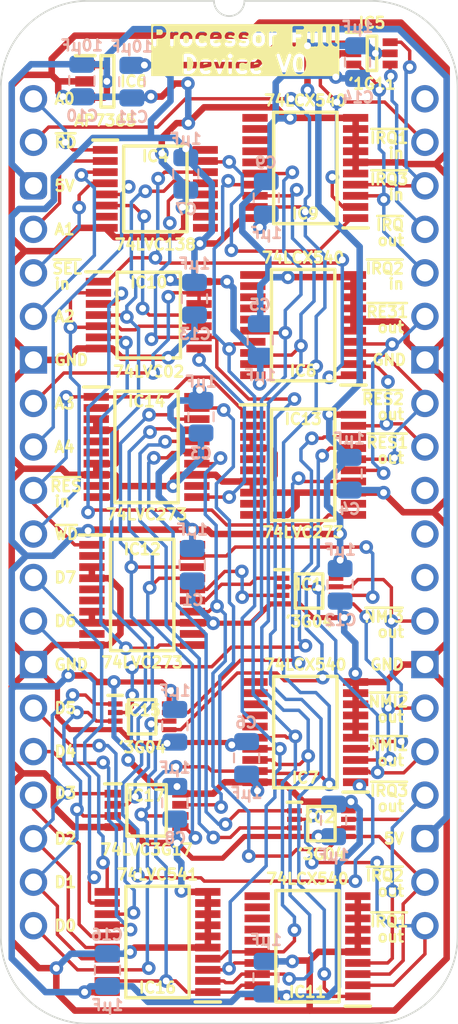
<source format=kicad_pcb>
(kicad_pcb (version 20241229) (generator "pcbnew") (generator_version "9.0")
  (title_block (title "Processor Full Device") (date "2025-09-20") (rev "V0"))
  (layers (0 "F.Cu" signal) (2 "B.Cu" signal) (13 "F.Paste" user) (15 "B.Paste" user) (5 "F.SilkS" user "F.Silkscreen") (7 "B.SilkS" user "B.Silkscreen") (1 "F.Mask" user) (3 "B.Mask" user) (25 "Edge.Cuts" user))
  (net 0 "")
  (net 1 "~{MPU2 NMI}_{out}")
  (net 2 "/~{Y2}")
  (net 3 "/3.3V")
  (net 4 "GND")
  (net 5 "5V")
  (net 6 "D3")
  (net 7 "D0")
  (net 8 "~{MPU1 NMI}_{out}")
  (net 9 "D4")
  (net 10 "~{MPU3 NMI}_{out}")
  (net 11 "D1")
  (net 12 "D2")
  (net 13 "~{RD}")
  (net 14 "D7")
  (net 15 "D5")
  (net 16 "D6")
  (net 17 "/~{A3}")
  (net 18 "~{Device Select}")
  (net 19 "A2")
  (net 20 "/~{Y0}")
  (net 21 "A0")
  (net 22 "/~{Y3}")
  (net 23 "A4")
  (net 24 "A1")
  (net 25 "/~{Y1}")
  (net 26 "~{MPU3 IRQ}_{in}")
  (net 27 "~{MPU2 IRQ}_{in}")
  (net 28 "~{MPU1 IRQ}_{in}")
  (net 29 "~{Device Interrupt}")
  (net 30 "/~{D0}")
  (net 31 "/~{D1}")
  (net 32 "/~{D2}")
  (net 33 "~{MPU2 Reset}_{out}")
  (net 34 "~{MPU3 Reset}_{out}")
  (net 35 "~{MPU1 Reset}_{out}")
  (net 36 "~{WD}")
  (net 37 "A3")
  (net 38 "/Y2•WD")
  (net 39 "/Y3•WD")
  (net 40 "/Y1•WD")
  (net 41 "~{MPU2 IRQ}_{out}")
  (net 42 "~{MPU1 IRQ}_{out}")
  (net 43 "~{MPU3 IRQ}_{out}")
  (net 44 "~{Device Reset}")
  (net 50 "/MPU3 NMI_{out}")
  (net 51 "/MPU1 NMI_{out}")
  (net 52 "/MPU2 NMI_{out}")
  (net 59 "/MPU2 IRQ_{out}")
  (net 60 "/MPU1 IRQ_{out}")
  (net 64 "/MPU3 IRQ_{out}")
  (net 72 "/DO0")
  (net 74 "/DO2")
  (net 75 "/DO1")
  (net 94 "/DI0")
  (net 96 "/DI1")
  (net 97 "/DI2")
  (footprint "SamacSys_Parts:SOP65P640X110-20N" (layer "F.Cu") (at 6.604 20.32)
    (property "Reference" "IC14")
    (property "Value" "74LVC273PW,118" (hide yes))
  )
  (footprint "SamacSys_Parts:SOP65P640X110-20N" (layer "F.Cu") (at 15.748 21.360001)
    (property "Reference" "IC13")
    (property "Value" "74LVC273PW,118" (hide yes))
  )
  (footprint "SamacSys_Parts:SOP65P640X110-20N" (layer "F.Cu") (at 6.35 28.956)
    (property "Reference" "IC12")
    (property "Value" "74LVC273PW,118" (hide yes))
  )
  (footprint "SamacSys_Parts:SOP65P640X110-14N" (layer "F.Cu") (at 6.731 12.623)
    (property "Reference" "IC10")
    (property "Value" "74LVC02APW,118" (hide yes))
  )
  (footprint "SamacSys_Parts:SOP50P310X90-8N" (layer "F.Cu") (at 16.815 42.303)
    (property "Reference" "IC2")
    (property "Value" "SN74LVC3G04DCUR" (hide yes))
  )
  (footprint "SamacSys_Parts:SOP65P640X110-20N" (layer "F.Cu") (at 7.243 49.21 180)
    (property "Reference" "IC16")
    (property "Value" "74LVC541APW,118" (hide yes))
  )
  (footprint "SamacSys_Parts:SOP65P400X110-8N" (layer "F.Cu") (at 6.604 41.529)
    (property "Reference" "IC17")
    (property "Value" "74LVC3G17DP,125" (hide yes))
  )
  (footprint "SamacSys_Parts:SOP50P310X90-8N" (layer "F.Cu") (at 6.35 36.068)
    (property "Reference" "IC15")
    (property "Value" "SN74LVC3G04DCUR" (hide yes))
  )
  (footprint "SamacSys_Parts:SOT95P285X130-5N" (layer "F.Cu") (at 4.318 -1.016)
    (property "Reference" "IC6")
    (property "Value" "AP7365-33WG-7" (hide yes))
  )
  (footprint "SamacSys_Parts:DIP-40_Board_W22.86mm" (layer "F.Cu") (at 0 0)
    (property "Reference" "J1" (hide yes))
    (property "Value" "Conn_02x20_Counter_Clockwise")
    (fp_line (start -1.905 -0.635) (end -1.905 48.895) (stroke (width 0.1)) (layer "Edge.Cuts"))
    (fp_line (start 10.541 -5.715) (end 3.175 -5.715) (stroke (width 0.1)) (layer "Edge.Cuts"))
    (fp_line (start 19.685 -5.715) (end 12.319 -5.715) (stroke (width 0.1)) (layer "Edge.Cuts"))
    (fp_line (start 19.685 53.975) (end 3.175 53.975) (stroke (width 0.1)) (layer "Edge.Cuts"))
    (fp_line (start 24.765 48.895) (end 24.765 -0.635) (stroke (width 0.1)) (layer "Edge.Cuts"))
    (fp_arc (start -1.905 -0.635) (mid -0.417102 -4.227102) (end 3.175 -5.715) (stroke (width 0.1)) (layer "Edge.Cuts"))
    (fp_arc (start 3.175 53.975) (mid -0.417102 52.487102) (end -1.905 48.895) (stroke (width 0.1)) (layer "Edge.Cuts"))
    (fp_arc (start 12.319 -5.715) (mid 11.43 -4.826) (end 10.541 -5.715) (stroke (width 0.1)) (layer "Edge.Cuts"))
    (fp_arc (start 19.685 -5.715) (mid 23.277102 -4.227102) (end 24.765 -0.635) (stroke (width 0.1)) (layer "Edge.Cuts"))
    (fp_arc (start 24.765 48.895) (mid 23.277102 52.487102) (end 19.685 53.975) (stroke (width 0.1)) (layer "Edge.Cuts"))
  )
  (footprint "SamacSys_Parts:SOP65P640X120-20N" (layer "F.Cu") (at 15.748 13.208 180)
    (property "Reference" "IC8")
    (property "Value" "74LCX540FT" (hide yes))
  )
  (footprint "SamacSys_Parts:SOP50P310X90-8N" (layer "F.Cu") (at 16.094999 28.730001)
    (property "Reference" "IC1")
    (property "Value" "SN74LVC3G04DCUR" (hide yes))
  )
  (footprint "SamacSys_Parts:SOP65P210X110-6N" (layer "F.Cu") (at 19.766 -2.652)
    (property "Reference" "IC5")
    (property "Value" "74LVC1G11GW-Q100H" (hide yes))
  )
  (footprint "SamacSys_Parts:SOP65P640X110-16N" (layer "F.Cu") (at 7.116 5.257)
    (property "Reference" "IC4")
    (property "Value" "74LVC138APW-Q100J" (hide yes))
  )
  (footprint "SamacSys_Parts:SOP65P640X120-20N" (layer "F.Cu") (at 16.002 49.459 180)
    (property "Reference" "IC11")
    (property "Value" "74LCX540FT" (hide yes))
  )
  (footprint "SamacSys_Parts:SOP65P640X120-20N" (layer "F.Cu") (at 15.875 4.038 180)
    (property "Reference" "IC9")
    (property "Value" "74LCX540FT" (hide yes))
  )
  (footprint "SamacSys_Parts:SOP65P640X120-20N" (layer "F.Cu") (at 15.875 36.962001 180)
    (property "Reference" "IC7")
    (property "Value" "74LCX540FT" (hide yes))
  )
  (footprint "SamacSys_Parts:C_0805" (layer "B.Cu") (at 12.446 38.481 180)
    (property "Reference" "C6")
    (property "Value" "1μF")
  )
  (footprint "SamacSys_Parts:C_0805" (layer "B.Cu") (at 17.907 28.349001)
    (property "Reference" "C12")
    (property "Value" "1μF")
  )
  (footprint "SamacSys_Parts:C_0805" (layer "B.Cu") (at 8.255 36.576)
    (property "Reference" "C17" (hide yes))
    (property "Value" "1μF")
  )
  (footprint "SamacSys_Parts:C_0805" (layer "B.Cu") (at 8.255 41.071)
    (property "Reference" "C8")
    (property "Value" "1μF")
  )
  (footprint "SamacSys_Parts:C_0805" (layer "B.Cu") (at 9.271 27.178)
    (property "Reference" "C1")
    (property "Value" "1μF")
  )
  (footprint "SamacSys_Parts:C_0805" (layer "B.Cu") (at 13.593922 5.797208 180)
    (property "Reference" "C9")
    (property "Value" "1μF")
  )
  (footprint "SamacSys_Parts:PinHeader_1x20_P2.54mm_Vertical" (layer "B.Cu") (at 0 0 180)
    (property "Reference" "J4" (hide yes))
    (property "Value" "Pin_Header_01x20" (hide yes))
  )
  (footprint "SamacSys_Parts:C_0805" (layer "B.Cu") (at 8.894 4.368)
    (property "Reference" "C7")
    (property "Value" "1μF")
  )
  (footprint "SamacSys_Parts:C_0805" (layer "B.Cu") (at 2.824 -1.082)
    (property "Reference" "C10")
    (property "Value" "10µF")
  )
  (footprint "SamacSys_Parts:C_0805" (layer "B.Cu") (at 17.526 42.099)
    (property "Reference" "C15" (hide yes))
    (property "Value" "1μF")
  )
  (footprint "SamacSys_Parts:C_0805" (layer "B.Cu") (at 4.322 50.861 180)
    (property "Reference" "C16")
    (property "Value" "1μF")
  )
  (footprint "SamacSys_Parts:C_0805" (layer "B.Cu") (at 13.241999 14.095001 180)
    (property "Reference" "C5")
    (property "Value" "1μF")
  )
  (footprint "SamacSys_Parts:C_0805" (layer "B.Cu") (at 18.431999 21.868001)
    (property "Reference" "C4")
    (property "Value" "1μF")
  )
  (footprint "SamacSys_Parts:C_0805" (layer "B.Cu") (at 9.783 18.542)
    (property "Reference" "C3")
    (property "Value" "1μF")
  )
  (footprint "SamacSys_Parts:C_0805" (layer "B.Cu") (at 5.745 -1.016)
    (property "Reference" "C11")
    (property "Value" "10µF")
  )
  (footprint "SamacSys_Parts:C_0805" (layer "B.Cu") (at 18.923 -2.159)
    (property "Reference" "C14")
    (property "Value" "1μF")
  )
  (footprint "SamacSys_Parts:C_0805" (layer "B.Cu") (at 13.581 51.308 180)
    (property "Reference" "C2" (hide yes))
    (property "Value" "1μF")
  )
  (footprint "SamacSys_Parts:PinHeader_1x20_P2.54mm_Vertical" (layer "B.Cu") (at 22.86 0 180)
    (property "Reference" "J2" (hide yes))
    (property "Value" "Pin_Header_01x20" (hide yes))
  )
  (footprint "SamacSys_Parts:C_0805" (layer "B.Cu") (at 9.402 11.652)
    (property "Reference" "C13")
    (property "Value" "1μF")
  )
  (gr_text "~{NMI3}" (at 21.717 30.226 0) (layer "F.SilkS") (effects (font (size 0.635 0.635) (thickness 0.15) (bold yes)) (justify right)))
  (gr_text "~{RES}" (at 0.889 22.606 0) (layer "F.SilkS") (effects (font (size 0.635 0.635) (thickness 0.15) (bold yes)) (justify left)))
  (gr_text "in" (at 21.717 5.588 0) (layer "F.SilkS") (effects (font (size 0.635 0.635) (thickness 0.15) (bold yes)) (justify right)))
  (gr_text "out" (at 21.717 38.608 0) (layer "F.SilkS") (effects (font (size 0.635 0.635) (thickness 0.15) (bold yes)) (justify right)))
  (gr_text "out" (at 21.717 36.068 0) (layer "F.SilkS") (effects (font (size 0.635 0.635) (thickness 0.15) (bold yes)) (justify right)))
  (gr_text "5V" (at 1.143 5.08 0) (layer "F.SilkS") (effects (font (size 0.635 0.635) (thickness 0.15) (bold yes)) (justify left)))
  (gr_text "~{IRQ3}" (at 21.971 40.386 0) (layer "F.SilkS") (effects (font (size 0.635 0.635) (thickness 0.15) (bold yes)) (justify right)))
  (gr_text "~{IRQ2}" (at 21.717 45.339 0) (layer "F.SilkS") (effects (font (size 0.635 0.635) (thickness 0.15) (bold yes)) (justify right)))
  (gr_text "out" (at 21.717 20.955 0) (layer "F.SilkS") (effects (font (size 0.635 0.635) (thickness 0.15) (bold yes)) (justify right)))
  (gr_text "out" (at 21.717 46.228 0) (layer "F.SilkS") (effects (font (size 0.635 0.635) (thickness 0.15) (bold yes)) (justify right)))
  (gr_text "out" (at 21.717 13.335 0) (layer "F.SilkS") (effects (font (size 0.635 0.635) (thickness 0.15) (bold yes)) (justify right)))
  (gr_text "GND" (at 21.717 33.02 0) (layer "F.SilkS") (effects (font (size 0.635 0.635) (thickness 0.15) (bold yes)) (justify right)))
  (gr_text "D6" (at 1.143 30.48 0) (layer "F.SilkS") (effects (font (size 0.635 0.635) (thickness 0.15) (bold yes)) (justify left)))
  (gr_text "D5" (at 1.143 35.56 0) (layer "F.SilkS") (effects (font (size 0.635 0.635) (thickness 0.15) (bold yes)) (justify left)))
  (gr_text "D0" (at 1.143 48.26 0) (layer "F.SilkS") (effects (font (size 0.635 0.635) (thickness 0.15) (bold yes)) (justify left)))
  (gr_text "in" (at 1.143 23.495 0) (layer "F.SilkS") (effects (font (size 0.635 0.635) (thickness 0.15) (bold yes)) (justify left)))
  (gr_text "in" (at 1.143 10.795 0) (layer "F.SilkS") (effects (font (size 0.635 0.635) (thickness 0.15) (bold yes)) (justify left)))
  (gr_text "~{NMI1}" (at 21.971 37.719 0) (layer "F.SilkS") (effects (font (size 0.635 0.635) (thickness 0.15) (bold yes)) (justify right)))
  (gr_text "in" (at 21.717 3.175 0) (layer "F.SilkS") (effects (font (size 0.635 0.635) (thickness 0.15) (bold yes)) (justify right)))
  (gr_text "Processor Full\nDevice V0" (at 12.319 -2.794 0) (layer "F.SilkS" knockout) (effects (font (size 1 1) (thickness 0.2) (bold yes))))
  (gr_text "~{IRQ1}" (at 21.971 2.286 0) (layer "F.SilkS") (effects (font (size 0.635 0.635) (thickness 0.15) (bold yes)) (justify right)))
  (gr_text "~{RE31}" (at 21.971 12.446 0) (layer "F.SilkS") (effects (font (size 0.635 0.635) (thickness 0.15) (bold yes)) (justify right)))
  (gr_text "~{IRQ3}" (at 21.971 4.699 0) (layer "F.SilkS") (effects (font (size 0.635 0.635) (thickness 0.15) (bold yes)) (justify right)))
  (gr_text "A0" (at 1.143 0 0) (layer "F.SilkS") (effects (font (size 0.635 0.635) (thickness 0.15) (bold yes)) (justify left)))
  (gr_text "GND" (at 21.844 15.24 0) (layer "F.SilkS") (effects (font (size 0.635 0.635) (thickness 0.15) (bold yes)) (justify right)))
  (gr_text "out" (at 21.717 18.415 0) (layer "F.SilkS") (effects (font (size 0.635 0.635) (thickness 0.15) (bold yes)) (justify right)))
  (gr_text "D3" (at 1.143 40.513 0) (layer "F.SilkS") (effects (font (size 0.635 0.635) (thickness 0.15) (bold yes)) (justify left)))
  (gr_text "out" (at 21.717 31.115 0) (layer "F.SilkS") (effects (font (size 0.635 0.635) (thickness 0.15) (bold yes)) (justify right)))
  (gr_text "~{RES2}" (at 21.717 17.526 0) (layer "F.SilkS") (effects (font (size 0.635 0.635) (thickness 0.15) (bold yes)) (justify right)))
  (gr_text "D2" (at 1.143 43.18 0) (layer "F.SilkS") (effects (font (size 0.635 0.635) (thickness 0.15) (bold yes)) (justify left)))
  (gr_text "~{SEL}" (at 1.016 9.906 0) (layer "F.SilkS") (effects (font (size 0.635 0.635) (thickness 0.15) (bold yes)) (justify left)))
  (gr_text "A1" (at 1.143 7.62 0) (layer "F.SilkS") (effects (font (size 0.635 0.635) (thickness 0.15) (bold yes)) (justify left)))
  (gr_text "A4" (at 1.143 20.32 0) (layer "F.SilkS") (effects (font (size 0.635 0.635) (thickness 0.15) (bold yes)) (justify left)))
  (gr_text "GND" (at 1.143 33.02 0) (layer "F.SilkS") (effects (font (size 0.635 0.635) (thickness 0.15) (bold yes)) (justify left)))
  (gr_text "D4" (at 1.143 38.1 0) (layer "F.SilkS") (effects (font (size 0.635 0.635) (thickness 0.15) (bold yes)) (justify left)))
  (gr_text "~{IRQ2}" (at 21.717 9.906 0) (layer "F.SilkS") (effects (font (size 0.635 0.635) (thickness 0.15) (bold yes)) (justify right)))
  (gr_text "A2" (at 1.143 12.7 0) (layer "F.SilkS") (effects (font (size 0.635 0.635) (thickness 0.15) (bold yes)) (justify left)))
  (gr_text "D7" (at 1.143 27.94 0) (layer "F.SilkS") (effects (font (size 0.635 0.635) (thickness 0.15) (bold yes)) (justify left)))
  (gr_text "D1" (at 1.143 45.72 0) (layer "F.SilkS") (effects (font (size 0.635 0.635) (thickness 0.15) (bold yes)) (justify left)))
  (gr_text "out" (at 21.717 41.275 0) (layer "F.SilkS") (effects (font (size 0.635 0.635) (thickness 0.15) (bold yes)) (justify right)))
  (gr_text "~{WD}" (at 1.143 25.4 0) (layer "F.SilkS") (effects (font (size 0.635 0.635) (thickness 0.15) (bold yes)) (justify left)))
  (gr_text "GND" (at 1.143 15.24 0) (layer "F.SilkS") (effects (font (size 0.635 0.635) (thickness 0.15) (bold yes)) (justify left)))
  (gr_text "in" (at 21.717 10.795 0) (layer "F.SilkS") (effects (font (size 0.635 0.635) (thickness 0.15) (bold yes)) (justify right)))
  (gr_text "~{NMI2}" (at 21.971 35.179 0) (layer "F.SilkS") (effects (font (size 0.635 0.635) (thickness 0.15) (bold yes)) (justify right)))
  (gr_text "out" (at 21.717 8.255 0) (layer "F.SilkS") (effects (font (size 0.635 0.635) (thickness 0.15) (bold yes)) (justify right)))
  (gr_text "~{RD}" (at 1.143 2.54 0) (layer "F.SilkS") (effects (font (size 0.635 0.635) (thickness 0.15) (bold yes)) (justify left)))
  (gr_text "A3" (at 1.143 17.78 0) (layer "F.SilkS") (effects (font (size 0.635 0.635) (thickness 0.15) (bold yes)) (justify left)))
  (gr_text "5V" (at 21.717 43.18 0) (layer "F.SilkS") (effects (font (size 0.635 0.635) (thickness 0.15) (bold yes)) (justify right)))
  (gr_text "~{IRQ}" (at 21.717 7.366 0) (layer "F.SilkS") (effects (font (size 0.635 0.635) (thickness 0.15) (bold yes)) (justify right)))
  (gr_text "~{IRQ1}" (at 21.971 48.006 0) (layer "F.SilkS") (effects (font (size 0.635 0.635) (thickness 0.15) (bold yes)) (justify right)))
  (gr_text "~{RES1}" (at 21.971 20.066 0) (layer "F.SilkS") (effects (font (size 0.635 0.635) (thickness 0.15) (bold yes)) (justify right)))
  (gr_text "out" (at 21.717 48.895 0) (layer "F.SilkS") (effects (font (size 0.635 0.635) (thickness 0.15) (bold yes)) (justify right)))
  (segment (start 18.685001 29.480001) (end 19.431 30.226) (width 0.2) (layer "F.Cu") (net 1))
  (segment (start 20.726357 38.587001) (end 20.801263 38.512095) (width 0.2) (layer "F.Cu") (net 1))
  (segment (start 22.86 35.56) (end 20.724029 35.56) (width 0.2) (layer "F.Cu") (net 1))
  (segment (start 18.813 38.587001) (end 20.726357 38.587001) (width 0.2) (layer "F.Cu") (net 1))
  (segment (start 17.669999 29.480001) (end 18.685001 29.480001) (width 0.2) (layer "F.Cu") (net 1))
  (via (at 20.724029 35.56) (size 0.8) (drill 0.4) (layers "F.Cu" "B.Cu") (net 1))
  (via (at 20.801263 38.512095) (size 0.8) (drill 0.4) (layers "F.Cu" "B.Cu") (net 1))
  (via (at 19.431 30.226) (size 0.8) (drill 0.4) (layers "F.Cu" "B.Cu") (net 1))
  (segment (start 20.724029 34.001343) (end 20.724029 35.56) (width 0.2) (layer "B.Cu") (net 1))
  (segment (start 19.431 32.708314) (end 20.724029 34.001343) (width 0.2) (layer "B.Cu") (net 1))
  (segment (start 19.431 30.226) (end 19.431 32.708314) (width 0.2) (layer "B.Cu") (net 1))
  (segment (start 20.724029 38.434861) (end 20.801263 38.512095) (width 0.2) (layer "B.Cu") (net 1))
  (segment (start 20.724029 35.56) (end 20.724029 38.434861) (width 0.2) (layer "B.Cu") (net 1))
  (segment (start 19.021325 40.095326) (end 19.037615 40.095326) (width 0.2) (layer "F.Cu") (net 2))
  (segment (start 5.341169 12.623) (end 5.450373 12.732204) (width 0.2) (layer "F.Cu") (net 2))
  (segment (start 18.796 45.658998) (end 9.971998 45.658998) (width 0.2) (layer "F.Cu") (net 2))
  (segment (start 6.096 45.339) (end 6.223 45.466) (width 0.2) (layer "F.Cu") (net 2))
  (segment (start 8.991 4.807) (end 8.196956 4.807) (width 0.2) (layer "F.Cu") (net 2))
  (segment (start 8.196956 4.807) (end 7.607178 5.396778) (width 0.2) (layer "F.Cu") (net 2))
  (segment (start 9.971998 45.658998) (end 9.779 45.466) (width 0.2) (layer "F.Cu") (net 2))
  (segment (start 9.116 4.932) (end 8.991 4.807) (width 0.2) (layer "F.Cu") (net 2))
  (segment (start 6.223 45.466) (end 9.779 45.466) (width 0.2) (layer "F.Cu") (net 2))
  (segment (start 10.041 4.932) (end 9.116 4.932) (width 0.2) (layer "F.Cu") (net 2))
  (segment (start 7.607178 5.396778) (end 6.533963 5.396778) (width 0.2) (layer "F.Cu") (net 2))
  (segment (start 3.793 12.623) (end 5.341169 12.623) (width 0.2) (layer "F.Cu") (net 2))
  (segment (start 18.813 39.887001) (end 19.021325 40.095326) (width 0.2) (layer "F.Cu") (net 2))
  (via (at 19.037615 40.095326) (size 0.8) (drill 0.4) (layers "F.Cu" "B.Cu") (net 2))
  (via (at 6.096 45.339) (size 0.8) (drill 0.4) (layers "F.Cu" "B.Cu") (net 2))
  (via (at 18.796 45.658998) (size 0.8) (drill 0.4) (layers "F.Cu" "B.Cu") (net 2))
  (via (at 5.450373 12.732204) (size 0.8) (drill 0.4) (layers "F.Cu" "B.Cu") (net 2))
  (via (at 6.533963 5.396778) (size 0.8) (drill 0.4) (layers "F.Cu" "B.Cu") (net 2))
  (segment (start 19.037615 40.095326) (end 19.812 40.869711) (width 0.2) (layer "B.Cu") (net 2))
  (segment (start 5.969 10.668) (end 5.969 11.577125) (width 0.2) (layer "B.Cu") (net 2))
  (segment (start 19.812 40.869711) (end 19.812 43.434) (width 0.2) (layer "B.Cu") (net 2))
  (segment (start 5.215719 41.791719) (end 5.215719 39.950224) (width 0.2) (layer "B.Cu") (net 2))
  (segment (start 6.536955 31.809955) (end 4.572 29.845) (width 0.2) (layer "B.Cu") (net 2))
  (segment (start 6.096 42.672) (end 5.215719 41.791719) (width 0.2) (layer "B.Cu") (net 2))
  (segment (start 19.812 43.434) (end 18.796 44.45) (width 0.2) (layer "B.Cu") (net 2))
  (segment (start 18.796 44.45) (end 18.796 45.658998) (width 0.2) (layer "B.Cu") (net 2))
  (segment (start 4.572 29.845) (end 4.572 19.558) (width 0.2) (layer "B.Cu") (net 2))
  (segment (start 5.215719 39.950224) (end 6.315719 38.850224) (width 0.2) (layer "B.Cu") (net 2))
  (segment (start 5.715 6.043662) (end 5.715 10.414) (width 0.2) (layer "B.Cu") (net 2))
  (segment (start 6.533963 5.396778) (end 6.361884 5.396778) (width 0.2) (layer "B.Cu") (net 2))
  (segment (start 6.536955 35.19725) (end 6.536955 31.809955) (width 0.2) (layer "B.Cu") (net 2))
  (segment (start 6.136587 17.993413) (end 6.136587 13.418418) (width 0.2) (layer "B.Cu") (net 2))
  (segment (start 5.715 36.019205) (end 6.536955 35.19725) (width 0.2) (layer "B.Cu") (net 2))
  (segment (start 6.096 45.339) (end 6.096 42.672) (width 0.2) (layer "B.Cu") (net 2))
  (segment (start 6.361884 5.396778) (end 5.715 6.043662) (width 0.2) (layer "B.Cu") (net 2))
  (segment (start 6.136587 13.418418) (end 5.450373 12.732204) (width 0.2) (layer "B.Cu") (net 2))
  (segment (start 5.715 10.414) (end 5.969 10.668) (width 0.2) (layer "B.Cu") (net 2))
  (segment (start 6.315719 38.850224) (end 6.315719 38.206195) (width 0.2) (layer "B.Cu") (net 2))
  (segment (start 4.572 19.558) (end 6.136587 17.993413) (width 0.2) (layer "B.Cu") (net 2))
  (segment (start 5.715 37.605475) (end 5.715 36.019205) (width 0.2) (layer "B.Cu") (net 2))
  (segment (start 5.450373 12.095752) (end 5.450373 12.732204) (width 0.2) (layer "B.Cu") (net 2))
  (segment (start 6.315719 38.206195) (end 5.715 37.605475) (width 0.2) (layer "B.Cu") (net 2))
  (segment (start 5.969 11.577125) (end 5.450373 12.095752) (width 0.2) (layer "B.Cu") (net 2))
  (segment (start 13.208 16.637) (end 13.208 16.275) (width 0.38) (layer "F.Cu") (net 3))
  (segment (start 9.542 17.395) (end 9.542 17.001) (width 0.38) (layer "F.Cu") (net 3))
  (segment (start 12.937 39.887001) (end 14.614001 39.887001) (width 0.38) (layer "F.Cu") (net 3))
  (segment (start 14.75861 52.384) (end 14.776895 52.402285) (width 0.38) (layer "F.Cu") (net 3))
  (segment (start 9.271 25.146) (end 10.16 25.146) (width 0.38) (layer "F.Cu") (net 3))
  (segment (start 8.579 40.334) (end 8.382 40.137) (width 0.38) (layer "F.Cu") (net 3))
  (segment (start 10.414 25.4) (end 17.907 25.4) (width 0.38) (layer "F.Cu") (net 3))
  (segment (start 17.292001 18.435001) (end 17.272 18.415) (width 0.38) (layer "F.Cu") (net 3))
  (segment (start 17.907 26.924) (end 17.669999 27.161001) (width 0.3) (layer "F.Cu") (net 3))
  (segment (start 13.208 7.107) (end 13.208 7.493) (width 0.38) (layer "F.Cu") (net 3))
  (segment (start 12.937 39.887001) (end 12.937 40.242) (width 0.38) (layer "F.Cu") (net 3))
  (segment (start 17.669999 27.161001) (end 17.669999 27.980001) (width 0.3) (layer "F.Cu") (net 3))
  (segment (start 8.579 40.554) (end 10.5 40.554) (width 0.38) (layer "F.Cu") (net 3))
  (segment (start 5.618 -1.966) (end 6.477 -1.966) (width 0.38) (layer "F.Cu") (net 3))
  (segment (start 7.090247 40.137) (end 5.529265 38.576018) (width 0.38) (layer "F.Cu") (net 3))
  (segment (start 9.542844 17.000156) (end 9.69991 17.000156) (width 0.38) (layer "F.Cu") (net 3))
  (segment (start 9.542 17.001) (end 9.542844 17.000156) (width 0.38) (layer "F.Cu") (net 3))
  (segment (start 14.614001 39.887001) (end 15.748 41.021) (width 0.38) (layer "F.Cu") (net 3))
  (segment (start 7.493 34.036) (end 4.699 34.036) (width 0.3) (layer "F.Cu") (net 3))
  (segment (start 8.382 40.137) (end 7.090247 40.137) (width 0.38) (layer "F.Cu") (net 3))
  (segment (start 12.937 40.242) (end 13.081 40.386) (width 0.38) (layer "F.Cu") (net 3))
  (segment (start 7.925 35.318) (end 7.925 34.62) (width 0.3) (layer "F.Cu") (net 3))
  (segment (start 2.032 33.655) (end 3.302 33.655) (width 0.38) (layer "F.Cu") (net 3))
  (segment (start 10.16 25.146) (end 10.414 25.4) (width 0.38) (layer "F.Cu") (net 3))
  (segment (start 3.683 34.036) (end 4.699 34.036) (width 0.38) (layer "F.Cu") (net 3))
  (segment (start 12.244466 6.963) (end 10.761966 8.4455) (width 0.38) (layer "F.Cu") (net 3))
  (segment (start 18.39 41.173) (end 18.542 41.021) (width 0.3) (layer "F.Cu") (net 3))
  (segment (start 19.966971 -2.652) (end 20.828 -2.652) (width 0.38) (layer "F.Cu") (net 3))
  (segment (start 9.669 10.673) (end 11.303 10.673) (width 0.38) (layer "F.Cu") (net 3))
  (segment (start 18.39 41.553) (end 18.39 41.173) (width 0.3) (layer "F.Cu") (net 3))
  (segment (start 10.041 2.982) (end 8.955 2.982) (width 0.38) (layer "F.Cu") (net 3))
  (segment (start 10.5 40.554) (end 11.166999 39.887001) (width 0.38) (layer "F.Cu") (net 3))
  (segment (start 16.002 -0.508) (end 16.002 -3.093) (width 0.38) (layer "F.Cu") (net 3))
  (segment (start 8.001 34.544) (end 7.493 34.036) (width 0.3) (layer "F.Cu") (net 3))
  (segment (start 8.133 10.673) (end 7.990347 10.530347) (width 0.38) (layer "F.Cu") (net 3))
  (segment (start 12.937 6.963) (end 12.244466 6.963) (width 0.38) (layer "F.Cu") (net 3))
  (segment (start 15.748 41.021) (end 18.542 41.021) (width 0.38) (layer "F.Cu") (net 3))
  (segment (start 13.015 -1.966) (end 14.142 -3.093) (width 0.38) (layer "F.Cu") (net 3))
  (segment (start 9.288 25.163) (end 9.271 25.146) (width 0.38) (layer "F.Cu") (net 3))
  (segment (start 13.064 52.384) (end 14.75861 52.384) (width 0.38) (layer "F.Cu") (net 3))
  (segment (start 10.761966 8.4455) (end 9.7155 8.4455) (width 0.38) (layer "F.Cu") (net 3))
  (segment (start 4.305 52.135) (end 2.986001 52.135001) (width 0.38) (layer "F.Cu") (net 3))
  (segment (start 14.142 -3.093) (end 16.002 -3.093) (width 0.38) (layer "F.Cu") (net 3))
  (segment (start 9.288 26.031) (end 9.288 25.163) (width 0.38) (layer "F.Cu") (net 3))
  (segment (start 9.669 10.673) (end 8.133 10.673) (width 0.38) (layer "F.Cu") (net 3))
  (segment (start 18.686 18.435001) (end 17.292001 18.435001) (width 0.38) (layer "F.Cu") (net 3))
  (segment (start 13.064 6.963) (end 13.208 7.107) (width 0.38) (layer "F.Cu") (net 3))
  (segment (start 7.925 34.62) (end 8.001 34.544) (width 0.3) (layer "F.Cu") (net 3))
  (segment (start 3.302 33.655) (end 3.683 34.036) (width 0.38) (layer "F.Cu") (net 3))
  (segment (start 8.955 2.982) (end 8.894 2.921) (width 0.38) (layer "F.Cu") (net 3))
  (segment (start 3.246998 25.146) (end 3.187 25.205998) (width 0.38) (layer "F.Cu") (net 3))
  (segment (start 8.579 40.554) (end 8.579 40.334) (width 0.38) (layer "F.Cu") (net 3))
  (segment (start 9.271 25.146) (end 3.246998 25.146) (width 0.38) (layer "F.Cu") (net 3))
  (segment (start 6.477 -1.966) (end 13.015 -1.966) (width 0.38) (layer "F.Cu") (net 3))
  (segment (start 11.166999 39.887001) (end 12.937 39.887001) (width 0.38) (layer "F.Cu") (net 3))
  (via (at 13.081 40.386) (size 0.8) (drill 0.4) (layers "F.Cu" "B.Cu") (net 3))
  (via (at 13.208 16.637) (size 0.8) (drill 0.4) (layers "F.Cu" "B.Cu") (net 3))
  (via (at 9.7155 8.4455) (size 0.8) (drill 0.4) (layers "F.Cu" "B.Cu") (net 3))
  (via (at 17.907 25.4) (size 0.8) (drill 0.4) (layers "F.Cu" "B.Cu") (net 3))
  (via (at 8.894 2.921) (size 0.8) (drill 0.4) (layers "F.Cu" "B.Cu") (net 3))
  (via (at 16.002 -3.093) (size 0.8) (drill 0.4) (layers "F.Cu" "B.Cu") (net 3))
  (via (at 11.303 10.673) (size 0.8) (drill 0.4) (layers "F.Cu" "B.Cu") (net 3))
  (via (at 18.542 41.021) (size 0.8) (drill 0.4) (layers "F.Cu" "B.Cu") (net 3))
  (via (at 2.986001 52.135001) (size 0.8) (drill 0.4) (layers "F.Cu" "B.Cu") (net 3))
  (via (at 3.187 25.205998) (size 0.8) (drill 0.4) (layers "F.Cu" "B.Cu") (net 3))
  (via (at 9.69991 17.000156) (size 0.8) (drill 0.4) (layers "F.Cu" "B.Cu") (net 3))
  (via (at 5.529265 38.576018) (size 0.8) (drill 0.4) (layers "F.Cu" "B.Cu") (net 3))
  (via (at 6.477 -1.966) (size 0.8) (drill 0.4) (layers "F.Cu" "B.Cu") (net 3))
  (via (at 16.002 -0.508) (size 0.8) (drill 0.4) (layers "F.Cu" "B.Cu") (net 3))
  (via (at 14.776895 52.402285) (size 0.8) (drill 0.4) (layers "F.Cu" "B.Cu") (net 3))
  (via (at 19.966971 -2.652) (size 0.8) (drill 0.4) (layers "F.Cu" "B.Cu") (net 3))
  (via (at 4.699 34.036) (size 0.8) (drill 0.4) (layers "F.Cu" "B.Cu") (net 3))
  (via (at 17.272 18.415) (size 0.8) (drill 0.4) (layers "F.Cu" "B.Cu") (net 3))
  (via (at 7.990347 10.530347) (size 0.8) (drill 0.4) (layers "F.Cu" "B.Cu") (net 3))
  (via (at 8.382 40.137) (size 0.8) (drill 0.4) (layers "F.Cu" "B.Cu") (net 3))
  (via (at 13.208 7.493) (size 0.8) (drill 0.4) (layers "F.Cu" "B.Cu") (net 3))
  (via (at 9.271 25.146) (size 0.8) (drill 0.4) (layers "F.Cu" "B.Cu") (net 3))
  (via (at 8.001 34.544) (size 0.8) (drill 0.4) (layers "F.Cu" "B.Cu") (net 3))
  (via (at 17.907 26.924) (size 0.8) (drill 0.4) (layers "F.Cu" "B.Cu") (net 3))
  (via (at 2.032 33.655) (size 0.8) (drill 0.4) (layers "F.Cu" "B.Cu") (net 3))
  (segment (start 9.402 8.759) (end 9.7155 8.4455) (width 0.38) (layer "B.Cu") (net 3))
  (segment (start 2.607002 25.205998) (end 3.187 25.205998) (width 0.38) (layer "B.Cu") (net 3))
  (segment (start 8.001 0.127) (end 6.861 1.267) (width 0.38) (layer "B.Cu") (net 3))
  (segment (start 17.526 41.165) (end 18.398 41.165) (width 0.3) (layer "B.Cu") (net 3))
  (segment (start 5.806 -1.889) (end 6.4 -1.889) (width 0.38) (layer "B.Cu") (net 3))
  (segment (start 2.986001 52.135001) (end 0.700001 52.135001) (width 0.38) (layer "B.Cu") (net 3))
  (segment (start -1.27 6.858) (end -1.27 25.814329) (width 0.38) (layer "B.Cu") (net 3))
  (segment (start 6.477 -1.966) (end 7.305 -1.966) (width 0.38) (layer "B.Cu") (net 3))
  (segment (start 4.699 37.225872) (end 4.699 34.036) (width 0.3) (layer "B.Cu") (net 3))
  (segment (start 1.191 5.921) (end 0.683 6.429) (width 0.38) (layer "B.Cu") (net 3))
  (segment (start 11.557 52.705) (end 6.686 52.705) (width 0.38) (layer "B.Cu") (net 3))
  (segment (start 7.314498 23.189498) (end 9.271 25.146) (width 0.38) (layer "B.Cu") (net 3))
  (segment (start 17.272 19.774002) (end 17.272 18.415) (width 0.38) (layer "B.Cu") (net 3))
  (segment (start 4.322 51.795) (end 3.326002 51.795) (width 0.38) (layer "B.Cu") (net 3))
  (segment (start 16.637 6.223) (end 19.05 8.636) (width 0.38) (layer "B.Cu") (net 3))
  (segment (start 19.05 16.637) (end 17.272 18.415) (width 0.38) (layer "B.Cu") (net 3))
  (segment (start -1.27 34.132) (end -1.27 27.525671) (width 0.38) (layer "B.Cu") (net 3))
  (segment (start 9.7155 8.4455) (end 10.414 7.747) (width 0.38) (layer "B.Cu") (net 3))
  (segment (start 5.776 51.795) (end 4.322 51.795) (width 0.38) (layer "B.Cu") (net 3))
  (segment (start 8.259 2.286) (end 8.894 2.921) (width 0.38) (layer "B.Cu") (net 3))
  (segment (start 8.667 20.50594) (end 7.314498 21.858442) (width 0.38) (layer "B.Cu") (net 3))
  (segment (start 5.529265 38.576018) (end 5.529265 38.056137) (width 0.3) (layer "B.Cu") (net 3))
  (segment (start 8.178 10.718) (end 7.990347 10.530347) (width 0.38) (layer "B.Cu") (net 3))
  (segment (start 13.081 40.05) (end 13.081 40.386) (width 0.38) (layer "B.Cu") (net 3))
  (segment (start 19.05 43.434) (end 19.05 41.529) (width 0.38) (layer "B.Cu") (net 3))
  (segment (start 17.872999 27.381) (end 17.872999 26.958001) (width 0.3) (layer "B.Cu") (net 3))
  (segment (start 8.255 34.798) (end 8.001 34.544) (width 0.3) (layer "B.Cu") (net 3))
  (segment (start -1.27 25.814329) (end -0.414329 26.67) (width 0.38) (layer "B.Cu") (net 3))
  (segment (start 9.783 17.608) (end 9.783 17.083246) (width 0.38) (layer "B.Cu") (net 3))
  (segment (start 16.002 -0.508) (end 16.637 0.127) (width 0.38) (layer "B.Cu") (net 3))
  (segment (start 8.894 2.921) (end 8.894 3.434) (width 0.38) (layer "B.Cu") (net 3))
  (segment (start 13.241999 16.603001) (end 13.208 16.637) (width 0.38) (layer "B.Cu") (net 3))
  (segment (start 13.241999 15.029001) (end 13.241999 16.603001) (width 0.38) (layer "B.Cu") (net 3))
  (segment (start 0.683 6.429) (end -0.841 6.429) (width 0.38) (layer "B.Cu") (net 3))
  (segment (start -1.27 50.165) (end -1.27 34.448) (width 0.38) (layer "B.Cu") (net 3))
  (segment (start 12.02 52.242) (end 11.557 52.705) (width 0.38) (layer "B.Cu") (net 3))
  (segment (start -0.841 6.429) (end -1.27 6.858) (width 0.38) (layer "B.Cu") (net 3))
  (segment (start 1.191 4.572) (end 1.191 5.921) (width 0.38) (layer "B.Cu") (net 3))
  (segment (start 8.001 18.638) (end 8.667 19.304) (width 0.38) (layer "B.Cu") (net 3))
  (segment (start 6.861 2.286) (end 8.259 2.286) (width 0.38) (layer "B.Cu") (net 3))
  (segment (start 17.145 22.221) (end 17.145 23.749) (width 0.38) (layer "B.Cu") (net 3))
  (segment (start 18.431999 20.934001) (end 17.145 22.221) (width 0.38) (layer "B.Cu") (net 3))
  (segment (start 8.427 17.608) (end 8.001 18.034) (width 0.38) (layer "B.Cu") (net 3))
  (segment (start 9.783 17.608) (end 8.427 17.608) (width 0.38) (layer "B.Cu") (net 3))
  (segment (start 7.305 -1.966) (end 8.001 -1.27) (width 0.38) (layer "B.Cu") (net 3))
  (segment (start 7.314498 21.858442) (end 7.314498 23.189498) (width 0.38) (layer "B.Cu") (net 3))
  (segment (start 13.581 52.242) (end 12.02 52.242) (width 0.38) (layer "B.Cu") (net 3))
  (segment (start 11.684 11.054) (end 11.303 10.673) (width 0.38) (layer "B.Cu") (net 3))
  (segment (start 13.241999 15.029001) (end 11.684 13.471002) (width 0.38) (layer "B.Cu") (net 3))
  (segment (start 12.446 39.415) (end 13.081 40.05) (width 0.38) (layer "B.Cu") (net 3))
  (segment (start -1.112 34.29) (end 1.397 34.29) (width 0.38) (layer "B.Cu") (net 3))
  (segment (start -0.414329 26.67) (end 1.143 26.67) (width 0.38) (layer "B.Cu") (net 3))
  (segment (start 19.05 8.636) (end 19.05 16.637) (width 0.38) (layer "B.Cu") (net 3))
  (segment (start 17.872999 26.958001) (end 17.907 26.924) (width 0.3) (layer "B.Cu") (net 3))
  (segment (start 13.581 52.242) (end 14.61661 52.242) (width 0.38) (layer "B.Cu") (net 3))
  (segment (start 17.78 44.704) (end 19.05 43.434) (width 0.38) (layer "B.Cu") (net 3))
  (segment (start 17.907 25.4) (end 17.907 26.924) (width 0.38) (layer "B.Cu") (net 3))
  (segment (start 6.861 1.267) (end 6.861 2.286) (width 0.38) (layer "B.Cu") (net 3))
  (segment (start 18.398 41.165) (end 18.542 41.021) (width 0.3) (layer "B.Cu") (net 3))
  (segment (start 10.414 4.954) (end 8.894 3.434) (width 0.38) (layer "B.Cu") (net 3))
  (segment (start 18.431999 20.934001) (end 17.272 19.774002) (width 0.38) (layer "B.Cu") (net 3))
  (segment (start 8.667 19.304) (end 8.667 20.50594) (width 0.38) (layer "B.Cu") (net 3))
  (segment (start 6.4 -1.889) (end 6.477 -1.966) (width 0.38) (layer "B.Cu") (net 3))
  (segment (start 10.414 7.747) (end 10.414 4.954) (width 0.38) (layer "B.Cu") (net 3))
  (segment (start 14.776895 52.402285) (end 17.193715 52.402285) (width 0.38) (layer "B.Cu") (net 3))
  (segment (start 3.326002 51.795) (end 2.986001 52.135001) (width 0.38) (layer "B.Cu") (net 3))
  (segment (start 8.001 18.034) (end 8.001 18.638) (width 0.38) (layer "B.Cu") (net 3))
  (segment (start 1.143 26.67) (end 2.607002 25.205998) (width 0.38) (layer "B.Cu") (net 3))
  (segment (start 17.78 51.816) (end 17.78 44.704) (width 0.38) (layer "B.Cu") (net 3))
  (segment (start 8.255 35.642) (end 8.255 34.798) (width 0.3) (layer "B.Cu") (net 3))
  (segment (start 16.637 0.127) (end 16.637 6.223) (width 0.38) (layer "B.Cu") (net 3))
  (segment (start 6.686 52.705) (end 5.776 51.795) (width 0.38) (layer "B.Cu") (net 3))
  (segment (start 19.525971 -3.093) (end 19.966971 -2.652) (width 0.38) (layer "B.Cu") (net 3))
  (segment (start 14.61661 52.242) (end 14.776895 52.402285) (width 0.38) (layer "B.Cu") (net 3))
  (segment (start 13.593922 7.107078) (end 13.208 7.493) (width 0.38) (layer "B.Cu") (net 3))
  (segment (start 17.193715 52.402285) (end 17.78 51.816) (width 0.38) (layer "B.Cu") (net 3))
  (segment (start 6.861 2.286) (end 3.477 2.286) (width 0.38) (layer "B.Cu") (net 3))
  (segment (start 18.923 -3.093) (end 19.525971 -3.093) (width 0.38) (layer "B.Cu") (net 3))
  (segment (start 3.477 2.286) (end 1.191 4.572) (width 0.38) (layer "B.Cu") (net 3))
  (segment (start 9.402 10.718) (end 9.402 8.759) (width 0.38) (layer "B.Cu") (net 3))
  (segment (start 0.700001 52.135001) (end -1.27 50.165) (width 0.38) (layer "B.Cu") (net 3))
  (segment (start 1.397 34.29) (end 2.032 33.655) (width 0.38) (layer "B.Cu") (net 3))
  (segment (start 11.684 13.471002) (end 11.684 11.054) (width 0.38) (layer "B.Cu") (net 3))
  (segment (start 9.402 10.718) (end 8.178 10.718) (width 0.38) (layer "B.Cu") (net 3))
  (segment (start -1.27 27.525671) (end -0.414329 26.67) (width 0.38) (layer "B.Cu") (net 3))
  (segment (start 18.923 -3.093) (end 16.002 -3.093) (width 0.38) (layer "B.Cu") (net 3))
  (segment (start 17.145 23.749) (end 17.907 24.511) (width 0.38) (layer "B.Cu") (net 3))
  (segment (start -1.27 34.448) (end -1.112 34.29) (width 0.38) (layer "B.Cu") (net 3))
  (segment (start 8.001 -1.27) (end 8.001 0.127) (width 0.38) (layer "B.Cu") (net 3))
  (segment (start 9.271 26.244) (end 9.271 25.146) (width 0.38) (layer "B.Cu") (net 3))
  (segment (start 19.05 41.529) (end 18.542 41.021) (width 0.38) (layer "B.Cu") (net 3))
  (segment (start 17.907 24.511) (end 17.907 25.4) (width 0.38) (layer "B.Cu") (net 3))
  (segment (start 13.593922 6.731208) (end 13.593922 7.107078) (width 0.38) (layer "B.Cu") (net 3))
  (segment (start 5.529265 38.056137) (end 4.699 37.225872) (width 0.3) (layer "B.Cu") (net 3))
  (segment (start -1.112 34.29) (end -1.27 34.132) (width 0.38) (layer "B.Cu") (net 3))
  (segment (start 9.783 17.083246) (end 9.69991 17.000156) (width 0.38) (layer "B.Cu") (net 3))
  (segment (start 17.9095 -2.652) (end 18.704 -2.652) (width 0.38) (layer "F.Cu") (net 4))
  (segment (start 23.368 24.13) (end 24.13 23.368) (width 0.38) (layer "F.Cu") (net 4))
  (segment (start 21.59 33.02) (end 20.572999 34.037001) (width 0.38) (layer "F.Cu") (net 4))
  (segment (start 4.738 8.079) (end 8.317965 8.079) (width 0.38) (layer "F.Cu") (net 4))
  (segment (start 12.81 22.985001) (end 12.81 22.335001) (width 0.38) (layer "F.Cu") (net 4))
  (segment (start 15.510001 29.480001) (end 16.3109 30.2809) (width 0.3) (layer "F.Cu") (net 4))
  (segment (start 2.628 7.532) (end 4.191 7.532) (width 0.38) (layer "F.Cu") (net 4))
  (segment (start 4.7945 22.606) (end 4.7945 23.234) (width 0.38) (layer "F.Cu") (net 4))
  (segment (start 14.830999 24.285001) (end 15.367 23.749) (width 0.38) (layer "F.Cu") (net 4))
  (segment (start 12.81 22.335001) (end 13.716 22.335001) (width 0.38) (layer "F.Cu") (net 4))
  (segment (start 0 33.02) (end -1.27 34.29) (width 0.38) (layer "F.Cu") (net 4))
  (segment (start 0 33.02) (end -1.27 31.75) (width 0.38) (layer "F.Cu") (net 4))
  (segment (start 11.026501 22.335001) (end 10.6365 21.945) (width 0.38) (layer "F.Cu") (net 4))
  (segment (start 5.08 30.581) (end 5.08 28.6385) (width 0.38) (layer "F.Cu") (net 4))
  (segment (start 8.382 43.434) (end 6.477 43.434) (width 0.38) (layer "F.Cu") (net 4))
  (segment (start 18.813 34.037001) (end 18.813 34.687001) (width 0.38) (layer "F.Cu") (net 4))
  (segment (start 8.800764 6.431361) (end 8.701403 6.332) (width 0.38) (layer "F.Cu") (net 4))
  (segment (start 9.542 21.945) (end 8.4245 21.945) (width 0.38) (layer "F.Cu") (net 4))
  (segment (start 5.1435 15.113) (end 7.874 15.113) (width 0.38) (layer "F.Cu") (net 4))
  (segment (start -1.27 9.652) (end -0.508 8.89) (width 0.38) (layer "F.Cu") (net 4))
  (segment (start 13.826999 29.480001) (end 12.700348 30.606652) (width 0.3) (layer "F.Cu") (net 4))
  (segment (start 24.13 31.75) (end 22.86 33.02) (width 0.38) (layer "F.Cu") (net 4))
  (segment (start 10.6365 21.945) (end 9.542 21.945) (width 0.38) (layer "F.Cu") (net 4))
  (segment (start 12.446 -3.683) (end 2.413 -3.683) (width 0.38) (layer "F.Cu") (net 4))
  (segment (start 10.181 48.235) (end 10.181 47.585) (width 0.38) (layer "F.Cu") (net 4))
  (segment (start 3.666 19.345) (end 4.7605 19.345) (width 0.38) (layer "F.Cu") (net 4))
  (segment (start 4.7605 19.345) (end 4.7945 19.379) (width 0.38) (layer "F.Cu") (net 4))
  (segment (start 4.7605 21.945) (end 4.7945 21.979) (width 0.38) (layer "F.Cu") (net 4))
  (segment (start -1.27 8.128) (end -1.27 -0.762) (width 0.38) (layer "F.Cu") (net 4))
  (segment (start 1.905 15.24) (end 2.572 14.573) (width 0.38) (layer "F.Cu") (net 4))
  (segment (start 16.129 50.292) (end 16.637 49.784) (width 0.38) (layer "F.Cu") (net 4))
  (segment (start -0.635 39.37) (end 0.635 39.37) (width 0.38) (layer "F.Cu") (net 4))
  (segment (start 1.651 21.59) (end -0.635 21.59) (width 0.38) (layer "F.Cu") (net 4))
  (segment (start 12.81 22.335001) (end 11.026501 22.335001) (width 0.38) (layer "F.Cu") (net 4))
  (segment (start 22.86 15.24) (end 24.13 16.51) (width 0.38) (layer "F.Cu") (net 4))
  (segment (start 4.191 7.532) (end 4.738 8.079) (width 0.38) (layer "F.Cu") (net 4))
  (segment (start 8.359669 1.419331) (end 7.493 2.286) (width 0.38) (layer "F.Cu") (net 4))
  (segment (start 13.764002 20.385001) (end 14.080001 20.701) (width 0.38) (layer "F.Cu") (net 4))
  (segment (start 24.13 -1.778) (end 21.463 -4.445) (width 0.38) (layer "F.Cu") (net 4))
  (segment (start 4.7835 23.245) (end 3.666 23.245) (width 0.38) (layer "F.Cu") (net 4))
  (segment (start 4.7945 23.234) (end 4.7835 23.245) (width 0.38) (layer "F.Cu") (net 4))
  (segment (start 18.813 36.637001) (end 18.813 35.987001) (width 0.38) (layer "F.Cu") (net 4))
  (segment (start 22.86 33.02) (end 24.13 34.29) (width 0.38) (layer "F.Cu") (net 4))
  (segment (start 4.7945 19.379) (end 4.7945 21.284) (width 0.38) (layer "F.Cu") (net 4))
  (segment (start 10.181 48.885) (end 10.181 48.235) (width 0.38) (layer "F.Cu") (net 4))
  (segment (start -1.27 49.149) (end 0.317499 50.736499) (width 0.38) (layer "F.Cu") (net 4))
  (segment (start 13.716 22.335001) (end 14.080001 21.971) (width 0.38) (layer "F.Cu") (net 4))
  (segment (start 10.468266 30.581) (end 10.493918 30.606652) (width 0.38) (layer "F.Cu") (net 4))
  (segment (start 1.139 31.881) (end 3.412 31.881) (width 0.38) (layer "F.Cu") (net 4))
  (segment (start 0 15.24) (end -1.27 13.97) (width 0.38) (layer "F.Cu") (net 4))
  (segment (start 24.13 3.175) (end 24.13 -1.778) (width 0.38) (layer "F.Cu") (net 4))
  (segment (start 16.3109 30.2809) (end 18.145527 30.2809) (width 0.3) (layer "F.Cu") (net 4))
  (segment (start 15.367 23.749) (end 15.367 22.985001) (width 0.38) (layer "F.Cu") (net 4))
  (segment (start 8.154498 22.215002) (end 8.154498 22.606) (width 0.38) (layer "F.Cu") (net 4))
  (segment (start 21.785603 13.483048) (end 21.310556 13.008001) (width 0.38) (layer "F.Cu") (net 4))
  (segment (start 4.4225 27.981) (end 3.412 27.981) (width 0.38) (layer "F.Cu") (net 4))
  (segment (start 4.7945 21.284) (end 4.7835 21.295) (width 0.38) (layer "F.Cu") (net 4))
  (segment (start 6.858 -0.127) (end 7.493 -0.127) (width 0.38) (layer "F.Cu") (net 4))
  (segment (start 2.412999 53.213) (end 1.333499 52.1335) (width 0.38) (layer "F.Cu") (net 4))
  (segment (start 9.288 30.581) (end 10.468266 30.581) (width 0.38) (layer "F.Cu") (net 4))
  (segment (start 8.154498 22.606) (end 4.7945 22.606) (width 0.38) (layer "F.Cu") (net 4))
  (segment (start 8.255 -0.889) (end 9.017 -0.889) (width 0.38) (layer "F.Cu") (net 4))
  (segment (start 16.129 53.213) (end 16.129 50.292) (width 0.38) (layer "F.Cu") (net 4))
  (segment (start 18.686 11.583) (end 18.686 10.933) (width 0.38) (layer "F.Cu") (net 4))
  (segment (start 24.13 4.445) (end 23.495 3.81) (width 0.38) (layer "F.Cu") (net 4))
  (segment (start 12.81 24.285001) (end 14.830999 24.285001) (width 0.38) (layer "F.Cu") (net 4))
  (segment (start 10.181 46.285) (end 8.693 46.285) (width 0.38) (layer "F.Cu") (net 4))
  (segment (start 5.850002 37.618002) (end 7.799265 37.618002) (width 0.3) (layer "F.Cu") (net 4))
  (segment (start 0.317499 50.736499) (end 1.333499 50.736499) (width 0.38) (layer "F.Cu") (net 4))
  (segment (start 12.319 43.053) (end 11.049 44.323) (width 0.3) (layer "F.Cu") (net 4))
  (segment (start 18.686 13.533) (end 18.686 12.883) (width 0.38) (layer "F.Cu") (net 4))
  (segment (start 0 33.02) (end 1.139 31.881) (width 0.38) (layer "F.Cu") (net 4))
  (segment (start 21.310556 13.008001) (end 18.811001 13.008001) (width 0.38) (layer "F.Cu") (net 4))
  (segment (start 18.813 1.763) (end 18.813 2.413) (width 0.38) (layer "F.Cu") (net 4))
  (segment (start 2.413 -3.683) (end 1.064 -2.334) (width 0.38) (layer "F.Cu") (net 4))
  (segment (start 14.794999 29.480001) (end 15.510001 29.480001) (width 0.3) (layer "F.Cu") (net 4))
  (segment (start 11.049 44.323) (end 9.271 44.323) (width 0.3) (layer "F.Cu") (net 4))
  (segment (start 15.163 50.292) (end 15.113 50.342) (width 0.38) (layer "F.Cu") (net 4))
  (segment (start 12.81 19.735001) (end 12.81 20.385001) (width 0.38) (layer "F.Cu") (net 4))
  (segment (start 16.637 43.053) (end 15.24 43.053) (width 0.3) (layer "F.Cu") (net 4))
  (segment (start 18.813 34.037001) (end 18.813 33.545) (width 0.38) (layer "F.Cu") (net 4))
  (segment (start 24.13 50.165) (end 21.082 53.213) (width 0.38) (layer "F.Cu") (net 4))
  (segment (start 1.402814 36.073814) (end 1.402814 34.422814) (width 0.3) (layer "F.Cu") (net 4))
  (segment (start -0.635 -1.397) (end 1.064 -1.397) (width 0.38) (layer "F.Cu") (net 4))
  (segment (start 7.849325 37.567942) (end 7.799265 37.618002) (width 0.3) (layer "F.Cu") (net 4))
  (segment (start 6.477 43.434) (end 5.547 42.504) (width 0.38) (layer "F.Cu") (net 4))
  (segment (start 24.13 31.75) (end 24.13 24.892) (width 0.38) (layer "F.Cu") (net 4))
  (segment (start 5.547 42.504) (end 4.629 42.504) (width 0.38) (layer "F.Cu") (net 4))
  (segment (start 16.129 53.213) (end 2.412999 53.213) (width 0.38) (layer "F.Cu") (net 4))
  (segment (start 2.572 14.573) (end 3.793 14.573) (width 0.38) (layer "F.Cu") (net 4))
  (segment (start 4.4095 31.881) (end 5.08 31.2105) (width 0.38) (layer "F.Cu") (net 4))
  (segment (start 1.191 41.321586) (end 2.373414 42.504) (width 0.38) (layer "F.Cu") (net 4))
  (segment (start 18.94 49.134) (end 18.94 48.484) (width 0.38) (layer "F.Cu") (net 4))
  (segment (start 18.94 47.184) (end 18.94 46.534) (width 0.38) (layer "F.Cu") (net 4))
  (segment (start 14.986 1.113) (end 18.813 1.113) (width 0.38) (layer "F.Cu") (net 4))
  (segment (start 4.775 36.818) (end 2.147 36.818) (width 0.3) (layer "F.Cu") (net 4))
  (segment (start 14.859 10.414) (end 14.864999 10.408001) (width 0.38) (layer "F.Cu") (net 4))
  (segment (start 9.039331 1.419331) (end 8.359669 1.419331) (width 0.38) (layer "F.Cu") (net 4))
  (segment (start -0.635 39.37) (end -1.27 40.005) (width 0.38) (layer "F.Cu") (net 4))
  (segment (start 18.686 12.233) (end 18.686 11.583) (width 0.38) (layer "F.Cu") (net 4))
  (segment (start 21.463 -4.445) (end 13.208 -4.445) (width 0.38) (layer "F.Cu") (net 4))
  (segment (start 1.064 -2.334) (end 1.064 -1.397) (width 0.38) (layer "F.Cu") (net 4))
  (segment (start -1.27 34.29) (end -1.27 38.735) (width 0.38) (layer "F.Cu") (net 4))
  (segment (start 3.412 30.581) (end 5.08 30.581) (width 0.38) (layer "F.Cu") (net 4))
  (segment (start 1.064 -1.397) (end 1.445 -1.016) (width 0.38) (layer "F.Cu") (net 4))
  (segment (start 8.317965 8.079) (end 8.800764 7.596201) (width 0.38) (layer "F.Cu") (net 4))
  (segment (start 22.86 33.02) (end 21.59 33.02) (width 0.38) (layer "F.Cu") (net 4))
  (segment (start 12.700348 30.606652) (end 10.493918 30.606652) (width 0.3) (layer "F.Cu") (net 4))
  (segment (start 10.181 46.935) (end 10.181 47.585) (width 0.38) (layer "F.Cu") (net 4))
  (segment (start 18.94 47.834) (end 18.94 47.184) (width 0.38) (layer "F.Cu") (net 4))
  (segment (start -1.27 16.51) (end 0 15.24) (width 0.38) (layer "F.Cu") (net 4))
  (segment (start 4.6035 14.573) (end 5.1435 15.113) (width 0.38) (layer "F.Cu") (net 4))
  (segment (start 14.519999 29.480001) (end 13.826999 29.480001) (width 0.3) (layer "F.Cu") (net 4))
  (segment (start 9.039331 1.419331) (end 9.961662 0.497) (width 0.38) (layer "F.Cu") (net 4))
  (segment (start -1.27 -0.762) (end -0.635 -1.397) (width 0.38) (layer "F.Cu") (net 4))
  (segment (start 10.181 49.535) (end 10.181 48.885) (width 0.38) (layer "F.Cu") (net 4))
  (segment (start -0.508 8.89) (end -1.27 8.128) (width 0.38) (layer "F.Cu") (net 4))
  (segment (start 5.641517 49.794352) (end 5.900869 49.535) (width 0.38) (layer "F.Cu") (net 4))
  (segment (start 21.717 3.81) (end 21.62 3.713) (width 0.38) (layer "F.Cu") (net 4))
  (segment (start 13.208 -4.445) (end 12.446 -3.683) (width 0.38) (layer "F.Cu") (net 4))
  (segment (start 14.159176 0.497) (end 14.635001 0.972825) (width 0.38) (layer "F.Cu") (net 4))
  (segment (start 4.7835 21.295) (end 3.666 21.295) (width 0.38) (layer "F.Cu") (net 4))
  (segment (start 24.13 34.29) (end 24.13 50.165) (width 0.38) (layer "F.Cu") (net 4))
  (segment (start 18.813 33.545) (end 18.796 33.528) (width 0.38) (layer "F.Cu") (net 4))
  (segment (start 5.08 30.581) (end 9.288 30.581) (width 0.38) (layer "F.Cu") (net 4))
  (segment (start 1.445 -1.016) (end 3.018 -1.016) (width 0.38) (layer "F.Cu") (net 4))
  (segment (start 5.08 31.2105) (end 5.08 30.581) (width 0.38) (layer "F.Cu") (net 4))
  (segment (start -1.27 13.97) (end -1.27 9.652) (width 0.38) (layer "F.Cu") (net 4))
  (segment (start 3.793 14.573) (end 4.6035 14.573) (width 0.38) (layer "F.Cu") (net 4))
  (segment (start 0.635 39.37) (end 1.191 39.926) (width 0.38) (layer "F.Cu") (net 4))
  (segment (start 14.864999 10.408001) (end 18.560999 10.408001) (width 0.38) (layer "F.Cu") (net 4))
  (segment (start 18.686 10.933) (end 18.686 10.283) (width 0.38) (layer "F.Cu") (net 4))
  (segment (start 2.006 21.945) (end 1.651 21.59) (width 0.38) (layer "F.Cu") (net 4))
  (segment (start 22.86 15.24) (end 21.785603 14.165603) (width 0.38) (layer "F.Cu") (net 4))
  (segment (start -1.27 38.735) (end -0.635 39.37) (width 0.38) (layer "F.Cu") (net 4))
  (segment (start 1.445 -0.397998) (end 1.715998 -0.127) (width 0.38) (layer "F.Cu") (net 4))
  (segment (start 3.412 27.981) (end 3.412 27.331) (width 0.38) (layer "F.Cu") (net 4))
  (segment (start 18.811001 13.008001) (end 18.686 12.883) (width 0.38) (layer "F.Cu") (net 4))
  (segment (start 3.412 31.881) (end 4.4095 31.881) (width 0.38) (layer "F.Cu") (net 4))
  (segment (start 21.082 53.213) (end 16.129 53.213) (width 0.38) (layer "F.Cu") (net 4))
  (segment (start 1.191 39.926) (end 1.191 41.321586) (width 0.38) (layer "F.Cu") (net 4))
  (segment (start 8.800764 7.596201) (end 8.800764 6.431361) (width 0.38) (layer "F.Cu") (net 4))
  (segment (start 12.81 22.985001) (end 15.367 22.985001) (width 0.38) (layer "F.Cu") (net 4))
  (segment (start 14.080001 20.701) (end 14.080001 21.971) (width 0.38) (layer "F.Cu") (net 4))
  (segment (start 14.635001 0.972825) (end 14.845825 0.972825) (width 0.38) (layer "F.Cu") (net 4))
  (segment (start 21.62 3.713) (end 18.813 3.713) (width 0.38) (layer "F.Cu") (net 4))
  (segment (start 11.437602 37.567942) (end 7.849325 37.567942) (width 0.3) (layer "F.Cu") (net 4))
  (segment (start 9.961662 0.497) (end 14.159176 0.497) (width 0.38) (layer "F.Cu") (net 4))
  (segment (start 3.666 21.945) (end 4.7605 21.945) (width 0.38) (layer "F.Cu") (net 4))
  (segment (start 1.27 8.89) (end 2.628 7.532) (width 0.38) (layer "F.Cu") (net 4))
  (segment (start 18.686 12.883) (end 18.686 12.233) (width 0.38) (layer "F.Cu") (net 4))
  (segment (start -1.27 20.955) (end -0.635 21.59) (width 0.38) (layer "F.Cu") (net 4))
  (segment (start -0.635 21.59) (end -1.27 22.225) (width 0.38) (layer "F.Cu") (net 4))
  (segment (start 20.447 22.987) (end 19.085998 22.987) (width 0.38) (layer "F.Cu") (net 4))
  (segment (start 10.181 46.285) (end 10.181 46.935) (width 0.38) (layer "F.Cu") (net 4))
  (segment (start -1.27 40.005) (end -1.27 49.149) (width 0.38) (layer "F.Cu") (net 4))
  (segment (start 12.81 20.385001) (end 13.764002 20.385001) (width 0.38) (layer "F.Cu") (net 4))
  (segment (start 21.785603 14.165603) (end 21.785603 13.483048) (width 0.38) (layer "F.Cu") (net 4))
  (segment (start 21.59 24.13) (end 20.447 22.987) (width 0.38) (layer "F.Cu") (net 4))
  (segment (start 2.147 36.818) (end 1.402814 36.073814) (width 0.3) (layer "F.Cu") (net 4))
  (segment (start -1.27 31.75) (end -1.27 22.225) (width 0.38) (layer "F.Cu") (net 4))
  (segment (start 18.813 2.413) (end 18.813 3.063) (width 0.38) (layer "F.Cu") (net 4))
  (segment (start 16.637 49.784) (end 18.94 49.784) (width 0.38) (layer "F.Cu") (net 4))
  (segment (start 5.900869 49.535) (end 10.181 49.535) (width 0.38) (layer "F.Cu") (net 4))
  (segment (start 3.666 21.945) (end 2.006 21.945) (width 0.38) (layer "F.Cu") (net 4))
  (segment (start 18.813 4.363) (end 18.813 3.713) (width 0.38) (layer "F.Cu") (net 4))
  (segment (start -1.27 16.51) (end -1.27 20.955) (width 0.38) (layer "F.Cu") (net 4))
  (segment (start -0.508 8.89) (end 1.27 8.89) (width 0.38) (layer "F.Cu") (net 4))
  (segment (start 23.368 24.13) (end 21.59 24.13) (width 0.38) (layer "F.Cu") (net 4))
  (segment (start 7.493 -0.127) (end 8.255 -0.889) (width 0.38) (layer "F.Cu") (net 4))
  (segment (start 7.493 2.286) (end 7.493 3.175) (width 0.38) (layer "F.Cu") (net 4))
  (segment (start 18.813 37.287001) (end 18.813 36.637001) (width 0.38) (layer "F.Cu") (net 4))
  (segment (start 3.412 30.581) (end 3.412 29.931) (width 0.38) (layer "F.Cu") (net 4))
  (segment (start 17.653 -2.3955) (end 17.9095 -2.652) (width 0.38) (layer "F.Cu") (net 4))
  (segment (start 18.94 48.484) (end 18.94 47.834) (width 0.38) (layer "F.Cu") (net 4))
  (segment (start 1.402814 34.422814) (end 0 33.02) (width 0.3) (layer "F.Cu") (net 4))
  (segment (start 23.495 3.81) (end 21.717 3.81) (width 0.38) (layer "F.Cu") (net 4))
  (segment (start 11.580734 37.711074) (end 11.437602 37.567942) (width 0.3) (layer "F.Cu") (net 4))
  (segment (start 2.373414 42.504) (end 4.629 42.504) (width 0.38) (layer "F.Cu") (net 4))
  (segment (start 18.813 35.337001) (end 18.813 34.687001) (width 0.38) (layer "F.Cu") (net 4))
  (segment (start 8.4245 21.945) (end 8.154498 22.215002) (width 0.38) (layer "F.Cu") (net 4))
  (segment (start 17.653 -1.27) (end 17.653 -2.3955) (width 0.38) (layer "F.Cu") (net 4))
  (segment (start 16.129 50.292) (end 15.163 50.292) (width 0.38) (layer "F.Cu") (net 4))
  (segment (start 24.13 16.51) (end 24.13 23.368) (width 0.38) (layer "F.Cu") (net 4))
  (segment (start 23.495 3.81) (end 24.13 3.175) (width 0.38) (layer "F.Cu") (net 4))
  (segment (start 22.86 15.24) (end 24.13 13.97) (width 0.38) (layer "F.Cu") (net 4))
  (segment (start 18.560999 10.408001) (end 18.686 10.283) (width 0.38) (layer "F.Cu") (net 4))
  (segment (start 18.94 49.784) (end 18.94 49.134) (width 0.38) (layer "F.Cu") (net 4))
  (segment (start 1.333499 52.1335) (end 1.333499 50.736499) (width 0.38) (layer "F.Cu") (net 4))
  (segment (start 9.271 44.323) (end 8.382 43.434) (width 0.3) (layer "F.Cu") (net 4))
  (segment (start 24.13 13.97) (end 24.13 4.445) (width 0.38) (layer "F.Cu") (net 4))
  (segment (start 20.572999 34.037001) (end 18.813 34.037001) (width 0.38) (layer "F.Cu") (net 4))
  (segment (start 8.693 46.285) (end 8.636 46.228) (width 0.38) (layer "F.Cu") (net 4))
  (segment (start 3.666 21.295) (end 3.666 21.945) (width 0.38) (layer "F.Cu") (net 4))
  (segment (start 15.367 22.985001) (end 18.686 22.985001) (width 0.38) (layer "F.Cu") (net 4))
  (segment (start 18.813 3.063) (end 18.813 3.713) (width 0.38) (layer "F.Cu") (net 4))
  (segment (start 0 15.24) (end 1.905 15.24) (width 0.38) (layer "F.Cu") (net 4))
  (segment (start 24.13 24.892) (end 23.368 24.13) (width 0.38) (layer "F.Cu") (net 4))
  (segment (start 5.05 36.818) (end 5.850002 37.618002) (width 0.3) (layer "F.Cu") (net 4))
  (segment (start 5.08 28.6385) (end 4.4225 27.981) (width 0.38) (layer "F.Cu") (net 4))
  (segment (start 1.445 -1.016) (end 1.445 -0.397998) (width 0.38) (layer "F.Cu") (net 4))
  (segment (start 18.813 35.987001) (end 18.813 35.337001) (width 0.38) (layer "F.Cu") (net 4))
  (segment (start 18.813 1.113) (end 18.813 1.763) (width 0.38) (layer "F.Cu") (net 4))
  (segment (start 3.666 18.695) (end 3.666 19.345) (width 0.38) (layer "F.Cu") (net 4))
  (segment (start 14.845825 0.972825) (end 14.986 1.113) (width 0.38) (layer "F.Cu") (net 4))
  (segment (start 15.24 43.053) (end 12.319 43.053) (width 0.3) (layer "F.Cu") (net 4))
  (segment (start 4.7945 21.979) (end 4.7945 22.606) (width 0.38) (layer "F.Cu") (net 4))
  (via (at 20.447 22.987) (size 0.8) (drill 0.4) (layers "F.Cu" "B.Cu") (net 4))
  (via (at 18.145527 30.2809) (size 0.8) (drill 0.4) (layers "F.Cu" "B.Cu") (net 4))
  (via (at 15.113 50.342) (size 0.8) (drill 0.4) (layers "F.Cu" "B.Cu") (net 4))
  (via (at 6.858 -0.127) (size 0.8) (drill 0.4) (layers "F.Cu" "B.Cu") (net 4))
  (via (at 7.493 3.175) (size 0.8) (drill 0.4) (layers "F.Cu" "B.Cu") (net 4))
  (via (at 9.039331 1.419331) (size 0.8) (drill 0.4) (layers "F.Cu" "B.Cu") (net 4))
  (via (at 5.641517 49.794352) (size 0.8) (drill 0.4) (layers "F.Cu" "B.Cu") (net 4))
  (via (at 9.017 -0.889) (size 0.8) (drill 0.4) (layers "F.Cu" "B.Cu") (net 4))
  (via (at 7.874 15.113) (size 0.8) (drill 0.4) (layers "F.Cu" "B.Cu") (net 4))
  (via (at 17.653 -1.27) (size 0.8) (drill 0.4) (layers "F.Cu" "B.Cu") (net 4))
  (via (at 10.493918 30.606652) (size 0.8) (drill 0.4) (layers "F.Cu" "B.Cu") (net 4))
  (via (at 8.382 43.434) (size 0.8) (drill 0.4) (layers "F.Cu" "B.Cu") (net 4))
  (via (at 1.333499 50.736499) (size 0.8) (drill 0.4) (layers "F.Cu" "B.Cu") (net 4))
  (via (at 1.715998 -0.127) (size 0.8) (drill 0.4) (layers "F.Cu" "B.Cu") (net 4))
  (via (at 8.636 46.228) (size 0.8) (drill 0.4) (layers "F.Cu" "B.Cu") (net 4))
  (via (at 14.859 10.414) (size 0.8) (drill 0.4) (layers "F.Cu" "B.Cu") (net 4))
  (via (at 14.986 1.113) (size 0.8) (drill 0.4) (layers "F.Cu" "B.Cu") (net 4))
  (via (at 7.799265 37.618002) (size 0.8) (drill 0.4) (layers "F.Cu" "B.Cu") (net 4))
  (via (at 8.154498 22.606) (size 0.8) (drill 0.4) (layers "F.Cu" "B.Cu") (net 4))
  (via (at 16.637 43.053) (size 0.8) (drill 0.4) (layers "F.Cu" "B.Cu") (net 4))
  (via (at 18.796 33.528) (size 0.8) (drill 0.4) (layers "F.Cu" "B.Cu") (net 4))
  (via (at 8.701403 6.332) (size 0.8) (drill 0.4) (layers "F.Cu" "B.Cu") (net 4))
  (via (at 11.580734 37.711074) (size 0.8) (drill 0.4) (layers "F.Cu" "B.Cu") (net 4))
  (segment (start 8.894 5.084) (end 7.493 3.683) (width 0.38) (layer "B.Cu") (net 4))
  (segment (start 18.796 31.75) (end 18.145527 31.099527) (width 0.38) (layer "B.Cu") (net 4))
  (segment (start 17.907 29.315001) (end 17.907 30.042373) (width 0.3) (layer "B.Cu") (net 4))
  (segment (start 9.271 28.144) (end 9.271 29.383734) (width 0.38) (layer "B.Cu") (net 4))
  (segment (start 13.716 10.414) (end 13.716 9.271) (width 0.38) (layer "B.Cu") (net 4))
  (segment (start 8.894 6.139403) (end 8.701403 6.332) (width 0.38) (layer "B.Cu") (net 4))
  (segment (start 20.294001 22.834001) (end 20.447 22.987) (width 0.38) (layer "B.Cu") (net 4))
  (segment (start 18.796 33.528) (end 18.796 31.75) (width 0.38) (layer "B.Cu") (net 4))
  (segment (start 14.956 1.143) (end 14.986 1.113) (width 0.38) (layer "B.Cu") (net 4))
  (segment (start 18.431999 22.834001) (end 20.294001 22.834001) (width 0.38) (layer "B.Cu") (net 4))
  (segment (start 4.322 49.895) (end 5.540869 49.895) (width 0.38) (layer "B.Cu") (net 4))
  (segment (start 18.923 -1.193) (end 17.73 -1.193) (width 0.38) (layer "B.Cu") (net 4))
  (segment (start 16.649 43.065) (end 16.637 43.053) (width 0.38) (layer "B.Cu") (net 4))
  (segment (start 13.843 4.58213) (end 13.843 1.524) (width 0.38) (layer "B.Cu") (net 4))
  (segment (start 2.174999 49.895) (end 1.333499 50.736499) (width 0.38) (layer "B.Cu") (net 4))
  (segment (start 11.776808 37.515) (end 11.580734 37.711074) (width 0.3) (layer "B.Cu") (net 4))
  (segment (start 9.271 29.383734) (end 10.493918 30.606652) (width 0.38) (layer "B.Cu") (net 4))
  (segment (start 9.783 19.508) (end 9.783 20.977498) (width 0.38) (layer "B.Cu") (net 4))
  (segment (start 12.192 7.747) (end 12.192 6.23313) (width 0.38) (layer "B.Cu") (net 4))
  (segment (start 17.907 30.042373) (end 18.145527 30.2809) (width 0.3) (layer "B.Cu") (net 4))
  (segment (start 8.636 46.228) (end 8.636 44.577) (width 0.38) (layer "B.Cu") (net 4))
  (segment (start 7.493 3.683) (end 7.493 3.175) (width 0.38) (layer "B.Cu") (net 4))
  (segment (start 1.726998 -0.116) (end 1.715998 -0.127) (width 0.38) (layer "B.Cu") (net 4))
  (segment (start 17.73 -1.193) (end 17.653 -1.27) (width 0.38) (layer "B.Cu") (net 4))
  (segment (start 8.382 42.164) (end 8.382 43.434) (width 0.38) (layer "B.Cu") (net 4))
  (segment (start 9.402 12.618) (end 9.402 13.585) (width 0.38) (layer "B.Cu") (net 4))
  (segment (start 13.716 9.271) (end 12.192 7.747) (width 0.38) (layer "B.Cu") (net 4))
  (segment (start 9.039331 1.419331) (end 9.039331 -0.866669) (width 0.38) (layer "B.Cu") (net 4))
  (segment (start 13.241999 13.129001) (end 13.241999 10.888001) (width 0.38) (layer "B.Cu") (net 4))
  (segment (start 17.526 43.065) (end 16.649 43.065) (width 0.38) (layer "B.Cu") (net 4))
  (segment (start 9.402 13.585) (end 7.874 15.113) (width 0.38) (layer "B.Cu") (net 4))
  (segment (start 14.146 1.065) (end 14.224 1.143) (width 0.38) (layer "B.Cu") (net 4))
  (segment (start 2.824 -0.116) (end 1.726998 -0.116) (width 0.38) (layer "B.Cu") (net 4))
  (segment (start 12.446 37.515) (end 11.776808 37.515) (width 0.3) (layer "B.Cu") (net 4))
  (segment (start 13.843 1.524) (end 14.224 1.143) (width 0.38) (layer "B.Cu") (net 4))
  (segment (start 17.575 -1.348) (end 14.556 -1.348) (width 0.38) (layer "B.Cu") (net 4))
  (segment (start 8.894 5.334) (end 8.894 6.139403) (width 0.38) (layer "B.Cu") (net 4))
  (segment (start 9.783 20.977498) (end 8.154498 22.606) (width 0.38) (layer "B.Cu") (net 4))
  (segment (start 13.716 10.414) (end 14.859 10.414) (width 0.38) (layer "B.Cu") (net 4))
  (segment (start 13.241999 10.888001) (end 13.716 10.414) (width 0.38) (layer "B.Cu") (net 4))
  (segment (start 14.224 1.143) (end 14.956 1.143) (width 0.38) (layer "B.Cu") (net 4))
  (segment (start 8.382 43.434) (end 8.382 44.323) (width 0.38) (layer "B.Cu") (net 4))
  (segment (start 17.653 -1.27) (end 17.575 -1.348) (width 0.38) (layer "B.Cu") (net 4))
  (segment (start 13.581 50.342) (end 15.113 50.342) (width 0.38) (layer "B.Cu") (net 4))
  (segment (start 5.540869 49.895) (end 5.641517 49.794352) (width 0.38) (layer "B.Cu") (net 4))
  (segment (start 14.146 -0.938) (end 14.146 1.065) (width 0.38) (layer "B.Cu") (net 4))
  (segment (start 18.145527 31.099527) (end 18.145527 30.2809) (width 0.38) (layer "B.Cu") (net 4))
  (segment (start 4.322 49.895) (end 2.174999 49.895) (width 0.38) (layer "B.Cu") (net 4))
  (segment (start 14.556 -1.348) (end 14.146 -0.938) (width 0.38) (layer "B.Cu") (net 4))
  (segment (start 2.824 -0.116) (end 5.618 -0.116) (width 0.38) (layer "B.Cu") (net 4))
  (segment (start 9.039331 -0.866669) (end 9.017 -0.889) (width 0.38) (layer "B.Cu") (net 4))
  (segment (start 8.382 44.323) (end 8.636 44.577) (width 0.38) (layer "B.Cu") (net 4))
  (segment (start 6.716002 -0.127) (end 6.639002 -0.05) (width 0.38) (layer "B.Cu") (net 4))
  (segment (start 6.858 -0.127) (end 6.716002 -0.127) (width 0.38) (layer "B.Cu") (net 4))
  (segment (start 6.639002 -0.05) (end 5.745 -0.05) (width 0.38) (layer "B.Cu") (net 4))
  (segment (start 12.192 6.23313) (end 13.593922 4.831208) (width 0.38) (layer "B.Cu") (net 4))
  (segment (start 4.095208 -1.966) (end 4.283208 -1.778) (width 0.38) (layer "F.Cu") (net 5))
  (segment (start 3.018 -0.066) (end 4.13 -0.066) (width 0.38) (layer "F.Cu") (net 5))
  (segment (start 3.018 -1.966) (end 4.095208 -1.966) (width 0.38) (layer "F.Cu") (net 5))
  (segment (start 4.13 -0.066) (end 4.283208 -0.219208) (width 0.38) (layer "F.Cu") (net 5))
  (segment (start 4.283208 -0.219208) (end 4.283208 -1.016) (width 0.38) (layer "F.Cu") (net 5))
  (segment (start 4.283208 -1.778) (end 4.283208 -1.016) (width 0.38) (layer "F.Cu") (net 5))
  (via (at 4.283208 -1.016) (size 0.8) (drill 0.4) (layers "F.Cu" "B.Cu") (net 5))
  (segment (start 24.13 -1.27) (end 24.13 41.91) (width 0.38) (layer "B.Cu") (net 5))
  (segment (start -1.27 -0.889) (end -0.143 -2.016) (width 0.38) (layer "B.Cu") (net 5))
  (segment (start 24.13 41.91) (end 22.86 43.18) (width 0.38) (layer "B.Cu") (net 5))
  (segment (start 21.336 -4.064) (end 24.13 -1.27) (width 0.38) (layer "B.Cu") (net 5))
  (segment (start 4.283208 -2.505208) (end 5.842 -4.064) (width 0.38) (layer "B.Cu") (net 5))
  (segment (start 5.842 -4.064) (end 21.336 -4.064) (width 0.38) (layer "B.Cu") (net 5))
  (segment (start -0.143 -2.016) (end 2.824 -2.016) (width 0.38) (layer "B.Cu") (net 5))
  (segment (start 0 5.08) (end -1.27 3.81) (width 0.38) (layer "B.Cu") (net 5))
  (segment (start 4.283208 -2.016) (end 2.824 -2.016) (width 0.38) (layer "B.Cu") (net 5))
  (segment (start 4.283208 -1.016) (end 4.283208 -2.016) (width 0.38) (layer "B.Cu") (net 5))
  (segment (start -1.27 3.81) (end -1.27 -0.889) (width 0.38) (layer "B.Cu") (net 5))
  (segment (start 4.283208 -2.505208) (end 4.283208 -2.016) (width 0.38) (layer "B.Cu") (net 5))
  (segment (start 2.169036 42.994) (end 2.667 43.491964) (width 0.2) (layer "F.Cu") (net 6))
  (segment (start 1.534036 42.994) (end 2.169036 42.994) (width 0.2) (layer "F.Cu") (net 6))
  (segment (start 3.3675 48.885) (end 4.305 48.885) (width 0.2) (layer "F.Cu") (net 6))
  (segment (start 2.667 43.491964) (end 2.667 48.1845) (width 0.2) (layer "F.Cu") (net 6))
  (segment (start 0 41.459964) (end 1.534036 42.994) (width 0.2) (layer "F.Cu") (net 6))
  (segment (start 2.667 48.1845) (end 3.3675 48.885) (width 0.2) (layer "F.Cu") (net 6))
  (segment (start 0 40.64) (end 0 41.459964) (width 0.2) (layer "F.Cu") (net 6))
  (segment (start 6.631 50.835) (end 6.731 50.735) (width 0.2) (layer "F.Cu") (net 7))
  (segment (start 6.381318 41.854) (end 6.297285 41.769967) (width 0.2) (layer "F.Cu") (net 7))
  (segment (start 7.042552 36.318) (end 6.8766 36.483952) (width 0.2) (layer "F.Cu") (net 7))
  (segment (start 8.579 41.854) (end 6.381318 41.854) (width 0.2) (layer "F.Cu") (net 7))
  (segment (start 0 48.26) (end 2.575 50.835) (width 0.2) (layer "F.Cu") (net 7))
  (segment (start 7.925 36.318) (end 7.042552 36.318) (width 0.2) (layer "F.Cu") (net 7))
  (segment (start 2.575 50.835) (end 4.305 50.835) (width 0.2) (layer "F.Cu") (net 7))
  (segment (start 4.305 50.835) (end 6.631 50.835) (width 0.2) (layer "F.Cu") (net 7))
  (via (at 6.731 50.735) (size 0.8) (drill 0.4) (layers "F.Cu" "B.Cu") (net 7))
  (via (at 6.297285 41.769967) (size 0.8) (drill 0.4) (layers "F.Cu" "B.Cu") (net 7))
  (via (at 6.8766 36.483952) (size 0.8) (drill 0.4) (layers "F.Cu" "B.Cu") (net 7))
  (segment (start 6.731 41.336252) (end 6.731 39.566314) (width 0.2) (layer "B.Cu") (net 7))
  (segment (start 7.115719 39.181595) (end 7.115719 37.874825) (width 0.2) (layer "B.Cu") (net 7))
  (segment (start 6.846 45.649661) (end 6.846 45.028339) (width 0.2) (layer "B.Cu") (net 7))
  (segment (start 7.115719 37.874825) (end 6.837018 37.596124) (width 0.2) (layer "B.Cu") (net 7))
  (segment (start 6.648609 45.847052) (end 6.846 45.649661) (width 0.2) (layer "B.Cu") (net 7))
  (segment (start 6.846 45.028339) (end 6.648609 44.830948) (width 0.2) (layer "B.Cu") (net 7))
  (segment (start 6.666 50.735) (end 6.648609 50.717609) (width 0.2) (layer "B.Cu") (net 7))
  (segment (start 6.648609 44.830948) (end 6.648609 42.226721) (width 0.2) (layer "B.Cu") (net 7))
  (segment (start 6.731 39.566314) (end 7.115719 39.181595) (width 0.2) (layer "B.Cu") (net 7))
  (segment (start 6.297285 41.769967) (end 6.731 41.336252) (width 0.2) (layer "B.Cu") (net 7))
  (segment (start 6.648609 42.226721) (end 6.380626 41.958738) (width 0.2) (layer "B.Cu") (net 7))
  (segment (start 6.837018 37.596124) (end 6.837018 36.523534) (width 0.2) (layer "B.Cu") (net 7))
  (segment (start 6.648609 50.717609) (end 6.648609 45.847052) (width 0.2) (layer "B.Cu") (net 7))
  (segment (start 6.731 50.735) (end 6.666 50.735) (width 0.2) (layer "B.Cu") (net 7))
  (segment (start 6.380626 41.958738) (end 6.380626 41.853308) (width 0.2) (layer "B.Cu") (net 7))
  (segment (start 6.837018 36.523534) (end 6.8766 36.483952) (width 0.2) (layer "B.Cu") (net 7))
  (segment (start 6.380626 41.853308) (end 6.297285 41.769967) (width 0.2) (layer "B.Cu") (net 7))
  (segment (start 22.86 38.1) (end 21.623 39.337) (width 0.2) (layer "F.Cu") (net 8))
  (segment (start 14.519999 28.480001) (end 16.576035 28.480001) (width 0.2) (layer "F.Cu") (net 8))
  (segment (start 16.576035 28.480001) (end 16.644997 28.548963) (width 0.2) (layer "F.Cu") (net 8))
  (segment (start 21.623 39.337) (end 19.663367 39.337) (width 0.2) (layer "F.Cu") (net 8))
  (segment (start 19.663367 39.337) (end 19.563368 39.237001) (width 0.2) (layer "F.Cu") (net 8))
  (segment (start 19.563368 39.237001) (end 18.813 39.237001) (width 0.2) (layer "F.Cu") (net 8))
  (via (at 16.644997 28.548963) (size 0.8) (drill 0.4) (layers "F.Cu" "B.Cu") (net 8))
  (via (at 20.094519 39.306269) (size 0.8) (drill 0.4) (layers "F.Cu" "B.Cu") (net 8))
  (segment (start 16.644997 30.614997) (end 17.653 31.623) (width 0.2) (layer "B.Cu") (net 8))
  (segment (start 17.653 31.623) (end 17.653 33.528) (width 0.2) (layer "B.Cu") (net 8))
  (segment (start 20.094519 35.969519) (end 20.094519 39.306269) (width 0.2) (layer "B.Cu") (net 8))
  (segment (start 17.653 33.528) (end 20.094519 35.969519) (width 0.2) (layer "B.Cu") (net 8))
  (segment (start 16.644997 28.548963) (end 16.644997 30.614997) (width 0.2) (layer "B.Cu") (net 8))
  (segment (start 1.812216 38.780846) (end 4.01386 38.780846) (width 0.2) (layer "F.Cu") (net 9))
  (segment (start 4.305 48.235) (end 5.417355 48.235) (width 0.2) (layer "F.Cu") (net 9))
  (segment (start 1.13137 38.1) (end 1.812216 38.780846) (width 0.2) (layer "F.Cu") (net 9))
  (segment (start 4.01386 38.780846) (end 4.065719 38.728987) (width 0.2) (layer "F.Cu") (net 9))
  (segment (start 5.417355 48.235) (end 5.668943 48.486588) (width 0.2) (layer "F.Cu") (net 9))
  (segment (start 0 38.1) (end 1.13137 38.1) (width 0.2) (layer "F.Cu") (net 9))
  (via (at 4.065719 38.728987) (size 0.8) (drill 0.4) (layers "F.Cu" "B.Cu") (net 9))
  (via (at 5.668943 48.486588) (size 0.8) (drill 0.4) (layers "F.Cu" "B.Cu") (net 9))
  (segment (start 4.389841 42.097211) (end 4.389841 39.053109) (width 0.2) (layer "B.Cu") (net 9))
  (segment (start 5.668943 48.486588) (end 4.838 47.655645) (width 0.2) (layer "B.Cu") (net 9))
  (segment (start 4.838 47.655645) (end 4.838 42.54537) (width 0.2) (layer "B.Cu") (net 9))
  (segment (start 4.838 42.54537) (end 4.389841 42.097211) (width 0.2) (layer "B.Cu") (net 9))
  (segment (start 4.389841 39.053109) (end 4.065719 38.728987) (width 0.2) (layer "B.Cu") (net 9))
  (segment (start 20.178162 37.509339) (end 21.474029 37.509339) (width 0.2) (layer "F.Cu") (net 10))
  (segment (start 18.94772 28.059284) (end 20.439284 28.059284) (width 0.2) (layer "F.Cu") (net 10))
  (segment (start 17.669999 28.480001) (end 18.527003 28.480001) (width 0.2) (layer "F.Cu") (net 10))
  (segment (start 18.527003 28.480001) (end 18.94772 28.059284) (width 0.2) (layer "F.Cu") (net 10))
  (segment (start 22.86 30.48) (end 20.900502 30.48) (width 0.2) (layer "F.Cu") (net 10))
  (segment (start 20.439284 28.059284) (end 20.900502 28.520502) (width 0.2) (layer "F.Cu") (net 10))
  (segment (start 19.7505 37.937001) (end 20.178162 37.509339) (width 0.2) (layer "F.Cu") (net 10))
  (segment (start 20.900502 28.520502) (end 20.900502 30.48) (width 0.2) (layer "F.Cu") (net 10))
  (segment (start 18.813 37.937001) (end 19.7505 37.937001) (width 0.2) (layer "F.Cu") (net 10))
  (via (at 20.900502 30.48) (size 0.8) (drill 0.4) (layers "F.Cu" "B.Cu") (net 10))
  (via (at 21.474029 37.509339) (size 0.8) (drill 0.4) (layers "F.Cu" "B.Cu") (net 10))
  (segment (start 20.900502 33.61213) (end 21.474029 34.185657) (width 0.2) (layer "B.Cu") (net 10))
  (segment (start 21.474029 34.185657) (end 21.474029 37.509339) (width 0.2) (layer "B.Cu") (net 10))
  (segment (start 20.900502 30.48) (end 20.900502 33.61213) (width 0.2) (layer "B.Cu") (net 10))
  (segment (start 2.814 50.185) (end 4.305 50.185) (width 0.2) (layer "F.Cu") (net 11))
  (segment (start 3.179 35.814) (end 3.683 36.318) (width 0.2) (layer "F.Cu") (net 11))
  (segment (start 1.397 47.117) (end 1.397 48.768) (width 0.2) (layer "F.Cu") (net 11))
  (segment (start 0 45.72) (end 1.397 47.117) (width 0.2) (layer "F.Cu") (net 11))
  (segment (start 4.775 36.318) (end 3.683 36.318) (width 0.2) (layer "F.Cu") (net 11))
  (segment (start 2.916143 41.854) (end 2.54 41.477857) (width 0.2) (layer "F.Cu") (net 11))
  (segment (start 1.397 48.768) (end 2.814 50.185) (width 0.2) (layer "F.Cu") (net 11))
  (segment (start 2.54 35.814) (end 3.179 35.814) (width 0.2) (layer "F.Cu") (net 11))
  (segment (start 4.629 41.854) (end 2.916143 41.854) (width 0.2) (layer "F.Cu") (net 11))
  (via (at 2.54 35.814) (size 0.8) (drill 0.4) (layers "F.Cu" "B.Cu") (net 11))
  (via (at 2.54 41.477857) (size 0.8) (drill 0.4) (layers "F.Cu" "B.Cu") (net 11))
  (segment (start 2.748172 39.832172) (end 1.778 38.862) (width 0.2) (layer "B.Cu") (net 11))
  (segment (start 1.778 36.576) (end 2.54 35.814) (width 0.2) (layer "B.Cu") (net 11))
  (segment (start 2.54 43.18) (end 2.54 41.477857) (width 0.2) (layer "B.Cu") (net 11))
  (segment (start 1.778 38.862) (end 1.778 36.576) (width 0.2) (layer "B.Cu") (net 11))
  (segment (start 0 45.72) (end 2.54 43.18) (width 0.2) (layer "B.Cu") (net 11))
  (segment (start 2.748172 41.269685) (end 2.748172 39.832172) (width 0.2) (layer "B.Cu") (net 11))
  (segment (start 2.54 41.477857) (end 2.748172 41.269685) (width 0.2) (layer "B.Cu") (net 11))
  (segment (start 3.036 34.798) (end 3.556 35.318) (width 0.2) (layer "F.Cu") (net 12))
  (segment (start 2.032 48.514) (end 3.053 49.535) (width 0.2) (layer "F.Cu") (net 12))
  (segment (start 2.286 34.798) (end 3.036 34.798) (width 0.2) (layer "F.Cu") (net 12))
  (segment (start 2.032 45.212) (end 2.032 48.514) (width 0.2) (layer "F.Cu") (net 12))
  (segment (start 0 43.18) (end 2.032 45.212) (width 0.2) (layer "F.Cu") (net 12))
  (segment (start 4.775 35.318) (end 3.556 35.318) (width 0.2) (layer "F.Cu") (net 12))
  (segment (start 2.039172 40.554) (end 1.998172 40.513) (width 0.2) (layer "F.Cu") (net 12))
  (segment (start 3.053 49.535) (end 4.305 49.535) (width 0.2) (layer "F.Cu") (net 12))
  (segment (start 4.629 40.554) (end 2.039172 40.554) (width 0.2) (layer "F.Cu") (net 12))
  (via (at 2.286 34.798) (size 0.8) (drill 0.4) (layers "F.Cu" "B.Cu") (net 12))
  (via (at 1.998172 40.513) (size 0.8) (drill 0.4) (layers "F.Cu" "B.Cu") (net 12))
  (segment (start 1.998172 40.513) (end 1.101 39.615828) (width 0.2) (layer "B.Cu") (net 12))
  (segment (start 0 43.18) (end 1.143 42.037) (width 0.2) (layer "B.Cu") (net 12))
  (segment (start 1.101 39.615828) (end 1.101 35.983) (width 0.2) (layer "B.Cu") (net 12))
  (segment (start 1.143 41.368172) (end 1.998172 40.513) (width 0.2) (layer "B.Cu") (net 12))
  (segment (start 1.143 42.037) (end 1.143 41.368172) (width 0.2) (layer "B.Cu") (net 12))
  (segment (start 1.101 35.983) (end 2.286 34.798) (width 0.2) (layer "B.Cu") (net 12))
  (segment (start 0.889 1.651) (end 7.22944 1.651) (width 0.2) (layer "F.Cu") (net 13))
  (segment (start 11.746 52.135) (end 12.147 51.734) (width 0.2) (layer "F.Cu") (net 13))
  (segment (start 12.147 51.734) (end 13.064 51.734) (width 0.2) (layer "F.Cu") (net 13))
  (segment (start 16.637 39.37) (end 17.272 40.005) (width 0.2) (layer "F.Cu") (net 13))
  (segment (start 0 2.54) (end 0.889 1.651) (width 0.2) (layer "F.Cu") (net 13))
  (segment (start 13.998479 39.237001) (end 14.131478 39.37) (width 0.2) (layer "F.Cu") (net 13))
  (segment (start 7.22944 1.651) (end 8.88044 0) (width 0.2) (layer "F.Cu") (net 13))
  (segment (start 8.955 52.135) (end 10.181 52.135) (width 0.2) (layer "F.Cu") (net 13))
  (segment (start 12.935001 15.608001) (end 16.51 15.608001) (width 0.2) (layer "F.Cu") (net 13))
  (segment (start 12.937 39.237001) (end 10.414 39.237001) (width 0.2) (layer "F.Cu") (net 13))
  (segment (start 7.747 51.485) (end 8.305 51.485) (width 0.2) (layer "F.Cu") (net 13))
  (segment (start 10.163999 38.987) (end 10.414 39.237001) (width 0.2) (layer "F.Cu") (net 13))
  (segment (start 4.305 51.485) (end 7.747 51.485) (width 0.2) (layer "F.Cu") (net 13))
  (segment (start 8.88044 0) (end 15.036707 0) (width 0.2) (layer "F.Cu") (net 13))
  (segment (start 8.305 51.485) (end 8.955 52.135) (width 0.2) (layer "F.Cu") (net 13))
  (segment (start 15.58932 6.313) (end 15.875 6.59868) (width 0.2) (layer "F.Cu") (net 13))
  (segment (start 8.315865 38.987) (end 10.163999 38.987) (width 0.2) (layer "F.Cu") (net 13))
  (segment (start 12.937 39.237001) (end 13.998479 39.237001) (width 0.2) (layer "F.Cu") (net 13))
  (segment (start 10.181 52.135) (end 11.746 52.135) (width 0.2) (layer "F.Cu") (net 13))
  (segment (start 12.937 6.313) (end 15.58932 6.313) (width 0.2) (layer "F.Cu") (net 13))
  (segment (start 14.131478 39.37) (end 16.637 39.37) (width 0.2) (layer "F.Cu") (net 13))
  (via (at 16.51 15.608001) (size 0.8) (drill 0.4) (layers "F.Cu" "B.Cu") (net 13))
  (via (at 15.875 6.59868) (size 0.8) (drill 0.4) (layers "F.Cu" "B.Cu") (net 13))
  (via (at 15.036707 0) (size 0.8) (drill 0.4) (layers "F.Cu" "B.Cu") (net 13))
  (via (at 17.272 40.005) (size 0.8) (drill 0.4) (layers "F.Cu" "B.Cu") (net 13))
  (via (at 8.315865 38.987) (size 0.8) (drill 0.4) (layers "F.Cu" "B.Cu") (net 13))
  (via (at 7.747 51.485) (size 0.8) (drill 0.4) (layers "F.Cu" "B.Cu") (net 13))
  (segment (start 17.018 9.144) (end 15.875 8.001) (width 0.2) (layer "B.Cu") (net 13))
  (segment (start 14.605 33.66663) (end 14.605 20.066) (width 0.2) (layer "B.Cu") (net 13))
  (segment (start 16.51 15.608001) (end 16.51 12.7) (width 0.2) (layer "B.Cu") (net 13))
  (segment (start 7.747 44.831) (end 7.140777 44.224777) (width 0.2) (layer "B.Cu") (net 13))
  (segment (start 7.608407 39.272433) (end 8.030432 39.272433) (width 0.2) (layer "B.Cu") (net 13))
  (segment (start 16.51 12.7) (end 17.018 12.192) (width 0.2) (layer "B.Cu") (net 13))
  (segment (start 16.119922 5.621827) (end 15.875 5.866749) (width 0.2) (layer "B.Cu") (net 13))
  (segment (start 16.51 18.161) (end 16.51 15.608001) (width 0.2) (layer "B.Cu") (net 13))
  (segment (start 7.747 51.485) (end 7.747 44.831) (width 0.2) (layer "B.Cu") (net 13))
  (segment (start 17.272 40.005) (end 17.272 35.433) (width 0.2) (layer "B.Cu") (net 13))
  (segment (start 7.140777 39.740063) (end 7.608407 39.272433) (width 0.2) (layer "B.Cu") (net 13))
  (segment (start 8.030432 39.272433) (end 8.315865 38.987) (width 0.2) (layer "B.Cu") (net 13))
  (segment (start 15.875 8.001) (end 15.875 6.59868) (width 0.2) (layer "B.Cu") (net 13))
  (segment (start 14.605 20.066) (end 16.51 18.161) (width 0.2) (layer "B.Cu") (net 13))
  (segment (start 15.875 5.866749) (end 15.875 6.59868) (width 0.2) (layer "B.Cu") (net 13))
  (segment (start 15.59037 34.652) (end 14.605 33.66663) (width 0.2) (layer "B.Cu") (net 13))
  (segment (start 17.018 12.192) (end 17.018 9.144) (width 0.2) (layer "B.Cu") (net 13))
  (segment (start 16.119922 1.083215) (end 16.119922 5.621827) (width 0.2) (layer "B.Cu") (net 13))
  (segment (start 16.491 34.652) (end 15.59037 34.652) (width 0.2) (layer "B.Cu") (net 13))
  (segment (start 15.036707 0) (end 16.119922 1.083215) (width 0.2) (layer "B.Cu") (net 13))
  (segment (start 17.272 35.433) (end 16.491 34.652) (width 0.2) (layer "B.Cu") (net 13))
  (segment (start 7.140777 44.224777) (end 7.140777 39.740063) (width 0.2) (layer "B.Cu") (net 13))
  (segment (start 4.064 44.577) (end 4.305 44.818) (width 0.2) (layer "F.Cu") (net 14))
  (segment (start 4.305 44.818) (end 4.305 46.285) (width 0.2) (layer "F.Cu") (net 14))
  (via (at 4.064 44.577) (size 0.8) (drill 0.4) (layers "F.Cu" "B.Cu") (net 14))
  (segment (start 2.995405 38.719333) (end 2.995405 37.57477) (width 0.2) (layer "B.Cu") (net 14))
  (segment (start 3.81 39.533928) (end 2.995405 38.719333) (width 0.2) (layer "B.Cu") (net 14))
  (segment (start 3.81 42.799) (end 3.81 39.533928) (width 0.2) (layer "B.Cu") (net 14))
  (segment (start 2.995405 37.57477) (end 3.981195 36.58898) (width 0.2) (layer "B.Cu") (net 14))
  (segment (start 4.064 43.053) (end 3.81 42.799) (width 0.2) (layer "B.Cu") (net 14))
  (segment (start 3.981195 31.921195) (end 0 27.94) (width 0.2) (layer "B.Cu") (net 14))
  (segment (start 4.064 44.577) (end 4.064 43.053) (width 0.2) (layer "B.Cu") (net 14))
  (segment (start 3.981195 36.58898) (end 3.981195 31.921195) (width 0.2) (layer "B.Cu") (net 14))
  (segment (start 2.184764 37.74616) (end 3.837602 37.74616) (width 0.2) (layer "F.Cu") (net 15))
  (segment (start 0 35.56) (end 0.952814 36.512814) (width 0.2) (layer "F.Cu") (net 15))
  (segment (start 0.952814 36.512814) (end 0.952814 36.51421) (width 0.2) (layer "F.Cu") (net 15))
  (segment (start 0.952814 36.51421) (end 2.184764 37.74616) (width 0.2) (layer "F.Cu") (net 15))
  (segment (start 5.842 47.498) (end 5.755 47.585) (width 0.2) (layer "F.Cu") (net 15))
  (segment (start 5.755 47.585) (end 4.305 47.585) (width 0.2) (layer "F.Cu") (net 15))
  (via (at 3.837602 37.74616) (size 0.8) (drill 0.4) (layers "F.Cu" "B.Cu") (net 15))
  (via (at 5.842 47.498) (size 0.8) (drill 0.4) (layers "F.Cu" "B.Cu") (net 15))
  (segment (start 5.885834 47.454166) (end 5.842 47.498) (width 0.2) (layer "B.Cu") (net 15))
  (segment (start 4.815719 38.22186) (end 4.815719 41.957405) (width 0.2) (layer "B.Cu") (net 15))
  (segment (start 4.815719 41.957405) (end 5.346 42.487686) (width 0.2) (layer "B.Cu") (net 15))
  (segment (start 5.346 45.649661) (end 5.885834 46.189495) (width 0.2) (layer "B.Cu") (net 15))
  (segment (start 5.346 42.487686) (end 5.346 45.649661) (width 0.2) (layer "B.Cu") (net 15))
  (segment (start 4.340019 37.74616) (end 4.815719 38.22186) (width 0.2) (layer "B.Cu") (net 15))
  (segment (start 5.885834 46.189495) (end 5.885834 47.454166) (width 0.2) (layer "B.Cu") (net 15))
  (segment (start 3.837602 37.74616) (end 4.340019 37.74616) (width 0.2) (layer "B.Cu") (net 15))
  (segment (start 3.2665 45.712976) (end 3.544 45.435476) (width 0.2) (layer "F.Cu") (net 16))
  (segment (start 4.305 46.935) (end 3.3675 46.935) (width 0.2) (layer "F.Cu") (net 16))
  (segment (start 3.2665 46.834) (end 3.2665 45.712976) (width 0.2) (layer "F.Cu") (net 16))
  (segment (start 3.3675 46.935) (end 3.2665 46.834) (width 0.2) (layer "F.Cu") (net 16))
  (via (at 3.544 45.435476) (size 0.8) (drill 0.4) (layers "F.Cu" "B.Cu") (net 16))
  (segment (start 3.270959 39.560572) (end 3.270959 45.162435) (width 0.2) (layer "B.Cu") (net 16))
  (segment (start 0 30.48) (end 3.544 34.024) (width 0.2) (layer "B.Cu") (net 16))
  (segment (start 3.544 34.024) (end 3.544 36.207) (width 0.2) (layer "B.Cu") (net 16))
  (segment (start 3.270959 45.162435) (end 3.544 45.435476) (width 0.2) (layer "B.Cu") (net 16))
  (segment (start 3.544 36.207) (end 2.413 37.338) (width 0.2) (layer "B.Cu") (net 16))
  (segment (start 2.413 38.702613) (end 3.270959 39.560572) (width 0.2) (layer "B.Cu") (net 16))
  (segment (start 2.413 37.338) (end 2.413 38.702613) (width 0.2) (layer "B.Cu") (net 16))
  (segment (start 4.191 6.232) (end 5.839 6.232) (width 0.2) (layer "F.Cu") (net 17))
  (segment (start 5.839 6.232) (end 6.465 6.858) (width 0.2) (layer "F.Cu") (net 17))
  (segment (start 9.669 12.623) (end 6.764214 12.623) (width 0.2) (layer "F.Cu") (net 17))
  (segment (start 6.764214 12.623) (end 6.374 12.232786) (width 0.2) (layer "F.Cu") (net 17))
  (via (at 6.465 6.858) (size 0.8) (drill 0.4) (layers "F.Cu" "B.Cu") (net 17))
  (via (at 6.374 12.232786) (size 0.8) (drill 0.4) (layers "F.Cu" "B.Cu") (net 17))
  (segment (start 6.374 6.949) (end 6.374 12.232786) (width 0.2) (layer "B.Cu") (net 17))
  (segment (start 6.465 6.858) (end 6.374 6.949) (width 0.2) (layer "B.Cu") (net 17))
  (segment (start 3.367661 4.932) (end 2.667 5.632661) (width 0.2) (layer "F.Cu") (net 18))
  (segment (start 2.667 5.632661) (end 2.667 6.35) (width 0.2) (layer "F.Cu") (net 18))
  (segment (start 4.191 4.932) (end 3.367661 4.932) (width 0.2) (layer "F.Cu") (net 18))
  (via (at 2.667 6.35) (size 0.8) (drill 0.4) (layers "F.Cu" "B.Cu") (net 18))
  (segment (start 0 10.16) (end 2.667 7.493) (width 0.2) (layer "B.Cu") (net 18))
  (segment (start 2.667 7.493) (end 2.667 6.35) (width 0.2) (layer "B.Cu") (net 18))
  (segment (start 2.957 4.282) (end 2.794 4.445) (width 0.2) (layer "F.Cu") (net 19))
  (segment (start 4.191 4.282) (end 2.957 4.282) (width 0.2) (layer "F.Cu") (net 19))
  (via (at 2.794 4.445) (size 0.8) (drill 0.4) (layers "F.Cu" "B.Cu") (net 19))
  (segment (start 3.556 9.144) (end 3.556 5.207) (width 0.2) (layer "B.Cu") (net 19))
  (segment (start 0 12.7) (end 3.556 9.144) (width 0.2) (layer "B.Cu") (net 19))
  (segment (start 3.556 5.207) (end 2.794 4.445) (width 0.2) (layer "B.Cu") (net 19))
  (segment (start 10.092 3.683) (end 11.43 3.683) (width 0.2) (layer "F.Cu") (net 20))
  (segment (start 18.5715 6.963) (end 16.6445 8.89) (width 0.2) (layer "F.Cu") (net 20))
  (segment (start 16.6445 8.89) (end 11.608594 8.89) (width 0.2) (layer "F.Cu") (net 20))
  (segment (start 11.608594 8.89) (end 11.557 8.838406) (width 0.2) (layer "F.Cu") (net 20))
  (via (at 11.43 3.683) (size 0.8) (drill 0.4) (layers "F.Cu" "B.Cu") (net 20))
  (via (at 11.557 8.838406) (size 0.8) (drill 0.4) (layers "F.Cu" "B.Cu") (net 20))
  (segment (start 11.557 6.175166) (end 12.192 5.540166) (width 0.2) (layer "B.Cu") (net 20))
  (segment (start 11.557 8.838406) (end 11.557 6.175166) (width 0.2) (layer "B.Cu") (net 20))
  (segment (start 12.192 4.445) (end 11.43 3.683) (width 0.2) (layer "B.Cu") (net 20))
  (segment (start 12.192 5.540166) (end 12.192 4.445) (width 0.2) (layer "B.Cu") (net 20))
  (segment (start 2.306335 2.982) (end 1.864335 2.54) (width 0.2) (layer "F.Cu") (net 21))
  (segment (start 4.191 2.982) (end 2.306335 2.982) (width 0.2) (layer "F.Cu") (net 21))
  (via (at 1.864335 2.54) (size 0.8) (drill 0.4) (layers "F.Cu" "B.Cu") (net 21))
  (segment (start 0 0) (end 1.864335 1.864335) (width 0.2) (layer "B.Cu") (net 21))
  (segment (start 1.864335 1.864335) (end 1.864335 2.54) (width 0.2) (layer "B.Cu") (net 21))
  (segment (start 6.999361 13.923) (end 6.890827 14.031534) (width 0.2) (layer "F.Cu") (net 22))
  (segment (start 10.7075 15.6605) (end 10.7075 14.024) (width 0.2) (layer "F.Cu") (net 22))
  (segment (start 7.874 5.969) (end 7.874 7.161497) (width 0.2) (layer "F.Cu") (net 22))
  (segment (start 10.7075 14.024) (end 10.6065 13.923) (width 0.2) (layer "F.Cu") (net 22))
  (segment (start 10.041 5.582) (end 8.261 5.582) (width 0.2) (layer "F.Cu") (net 22))
  (segment (start 18.94 52.384) (end 17.459 52.384) (width 0.2) (layer "F.Cu") (net 22))
  (segment (start 10.6065 13.923) (end 9.669 13.923) (width 0.2) (layer "F.Cu") (net 22))
  (segment (start 15.24 17.526) (end 12.573 17.526) (width 0.2) (layer "F.Cu") (net 22))
  (segment (start 17.459 52.384) (end 16.982427 51.907427) (width 0.2) (layer "F.Cu") (net 22))
  (segment (start 12.573 17.526) (end 10.7075 15.6605) (width 0.2) (layer "F.Cu") (net 22))
  (segment (start 16.982427 51.907427) (end 16.982427 51.070251) (width 0.2) (layer "F.Cu") (net 22))
  (segment (start 9.669 13.923) (end 6.999361 13.923) (width 0.2) (layer "F.Cu") (net 22))
  (segment (start 8.261 5.582) (end 7.874 5.969) (width 0.2) (layer "F.Cu") (net 22))
  (segment (start 7.874 7.161497) (end 7.960764 7.248261) (width 0.2) (layer "F.Cu") (net 22))
  (via (at 6.890827 14.031534) (size 0.8) (drill 0.4) (layers "F.Cu" "B.Cu") (net 22))
  (via (at 15.24 17.526) (size 0.8) (drill 0.4) (layers "F.Cu" "B.Cu") (net 22))
  (via (at 16.982427 51.070251) (size 0.8) (drill 0.4) (layers "F.Cu" "B.Cu") (net 22))
  (via (at 7.960764 7.248261) (size 0.8) (drill 0.4) (layers "F.Cu" "B.Cu") (net 22))
  (segment (start 16.982427 47.335427) (end 15.494 45.847) (width 0.2) (layer "B.Cu") (net 22))
  (segment (start 7.124 10.336033) (end 7.124 13.798361) (width 0.2) (layer "B.Cu") (net 22))
  (segment (start 13.843 31.261) (end 14.116 30.988) (width 0.2) (layer "B.Cu") (net 22))
  (segment (start 16.792818 39.468182) (end 16.792818 36.189161) (width 0.2) (layer "B.Cu") (net 22))
  (segment (start 15.655657 35.052) (end 14.732 35.052) (width 0.2) (layer "B.Cu") (net 22))
  (segment (start 7.960764 9.499269) (end 7.124 10.336033) (width 0.2) (layer "B.Cu") (net 22))
  (segment (start 7.124 13.798361) (end 6.890827 14.031534) (width 0.2) (layer "B.Cu") (net 22))
  (segment (start 14.732 35.052) (end 13.843 34.163) (width 0.2) (layer "B.Cu") (net 22))
  (segment (start 15.494 45.847) (end 15.494 40.767) (width 0.2) (layer "B.Cu") (net 22))
  (segment (start 7.960764 7.248261) (end 7.960764 9.499269) (width 0.2) (layer "B.Cu") (net 22))
  (segment (start 16.792818 36.189161) (end 15.655657 35.052) (width 0.2) (layer "B.Cu") (net 22))
  (segment (start 14.116 30.988) (end 14.116 18.65) (width 0.2) (layer "B.Cu") (net 22))
  (segment (start 15.494 40.767) (end 16.792818 39.468182) (width 0.2) (layer "B.Cu") (net 22))
  (segment (start 13.843 34.163) (end 13.843 31.261) (width 0.2) (layer "B.Cu") (net 22))
  (segment (start 14.116 18.65) (end 15.24 17.526) (width 0.2) (layer "B.Cu") (net 22))
  (segment (start 16.982427 51.070251) (end 16.982427 47.335427) (width 0.2) (layer "B.Cu") (net 22))
  (segment (start 4.191 5.582) (end 5.116 5.582) (width 0.2) (layer "F.Cu") (net 23))
  (segment (start 5.116 5.582) (end 5.562932 5.135069) (width 0.2) (layer "F.Cu") (net 23))
  (via (at 5.562932 5.135069) (size 0.8) (drill 0.4) (layers "F.Cu" "B.Cu") (net 23))
  (segment (start 5.14859 8.69441) (end 5.14859 5.549411) (width 0.2) (layer "B.Cu") (net 23))
  (segment (start 1.155 19.165) (end 1.155 12.688) (width 0.2) (layer "B.Cu") (net 23))
  (segment (start 0 20.32) (end 1.155 19.165) (width 0.2) (layer "B.Cu") (net 23))
  (segment (start 1.155 12.688) (end 5.14859 8.69441) (width 0.2) (layer "B.Cu") (net 23))
  (segment (start 5.14859 5.549411) (end 5.562932 5.135069) (width 0.2) (layer "B.Cu") (net 23))
  (segment (start 1.524 6.096) (end 0 7.62) (width 0.2) (layer "F.Cu") (net 24))
  (segment (start 1.524 4.191) (end 1.524 6.096) (width 0.2) (layer "F.Cu") (net 24))
  (segment (start 2.083 3.632) (end 1.524 4.191) (width 0.2) (layer "F.Cu") (net 24))
  (segment (start 4.191 3.632) (end 2.083 3.632) (width 0.2) (layer "F.Cu") (net 24))
  (segment (start 7.427034 9.588406) (end 7.119 9.280372) (width 0.2) (layer "F.Cu") (net 25))
  (segment (start 8.969371 4.282) (end 8.96737 4.28) (width 0.2) (layer "F.Cu") (net 25))
  (segment (start 4.3055 10.673) (end 5.698128 9.280372) (width 0.2) (layer "F.Cu") (net 25))
  (segment (start 18.560999 16.258001) (end 17.274001 16.258001) (width 0.2) (layer "F.Cu") (net 25))
  (segment (start 5.698128 9.280372) (end 7.119 9.280372) (width 0.2) (layer "F.Cu") (net 25))
  (segment (start 17.843594 9.588406) (end 7.427034 9.588406) (width 0.2) (layer "F.Cu") (net 25))
  (segment (start 18.034 9.398002) (end 17.843594 9.588406) (width 0.2) (layer "F.Cu") (net 25))
  (segment (start 7.663296 4.28) (end 7.282678 4.660618) (width 0.2) (layer "F.Cu") (net 25))
  (segment (start 8.96737 4.28) (end 7.663296 4.28) (width 0.2) (layer "F.Cu") (net 25))
  (segment (start 10.041 4.282) (end 8.969371 4.282) (width 0.2) (layer "F.Cu") (net 25))
  (segment (start 17.274001 16.258001) (end 17.272 16.256) (width 0.2) (layer "F.Cu") (net 25))
  (via (at 17.272 16.256) (size 0.8) (drill 0.4) (layers "F.Cu" "B.Cu") (net 25))
  (via (at 7.119 9.280372) (size 0.8) (drill 0.4) (layers "F.Cu" "B.Cu") (net 25))
  (via (at 7.282678 4.660618) (size 0.8) (drill 0.4) (layers "F.Cu" "B.Cu") (net 25))
  (via (at 18.034 9.398002) (size 0.8) (drill 0.4) (layers "F.Cu" "B.Cu") (net 25))
  (segment (start 7.258 4.685296) (end 7.258 9.141372) (width 0.2) (layer "B.Cu") (net 25))
  (segment (start 17.272 16.256) (end 18.034 15.494) (width 0.2) (layer "B.Cu") (net 25))
  (segment (start 7.258 9.141372) (end 7.119 9.280372) (width 0.2) (layer "B.Cu") (net 25))
  (segment (start 18.034 15.494) (end 18.034 9.398002) (width 0.2) (layer "B.Cu") (net 25))
  (segment (start 7.282678 4.660618) (end 7.258 4.685296) (width 0.2) (layer "B.Cu") (net 25))
  (segment (start 21.971 -2.7965) (end 21.971 -1.850425) (width 0.2) (layer "F.Cu") (net 26))
  (segment (start 20.708 5.08) (end 22.86 5.08) (width 0.2) (layer "F.Cu") (net 26))
  (segment (start 20.828 -3.302) (end 21.4655 -3.302) (width 0.2) (layer "F.Cu") (net 26))
  (segment (start 18.813 5.013) (end 20.641 5.013) (width 0.2) (layer "F.Cu") (net 26))
  (segment (start 20.641 5.013) (end 20.708 5.08) (width 0.2) (layer "F.Cu") (net 26))
  (segment (start 21.4655 -3.302) (end 21.971 -2.7965) (width 0.2) (layer "F.Cu") (net 26))
  (via (at 21.971 -1.850425) (size 0.8) (drill 0.4) (layers "F.Cu" "B.Cu") (net 26))
  (segment (start 21.759 -1.638425) (end 21.971 -1.850425) (width 0.2) (layer "B.Cu") (net 26))
  (segment (start 21.759 3.979) (end 21.759 -1.638425) (width 0.2) (layer "B.Cu") (net 26))
  (segment (start 22.86 5.08) (end 21.759 3.979) (width 0.2) (layer "B.Cu") (net 26))
  (segment (start 20.244975 5.663) (end 20.459 5.877025) (width 0.2) (layer "F.Cu") (net 27))
  (segment (start 18.813 5.663) (end 20.244975 5.663) (width 0.2) (layer "F.Cu") (net 27))
  (segment (start 20.192422 -0.726078) (end 20.192422 -0.51364) (width 0.2) (layer "F.Cu") (net 27))
  (segment (start 18.9165 -2.002) (end 20.192422 -0.726078) (width 0.2) (layer "F.Cu") (net 27))
  (via (at 20.459 5.877025) (size 0.8) (drill 0.4) (layers "F.Cu" "B.Cu") (net 27))
  (via (at 20.192422 -0.51364) (size 0.8) (drill 0.4) (layers "F.Cu" "B.Cu") (net 27))
  (segment (start 20.459 3.187) (end 20.192422 2.920422) (width 0.2) (layer "B.Cu") (net 27))
  (segment (start 20.459 7.759) (end 20.459 5.877025) (width 0.2) (layer "B.Cu") (net 27))
  (segment (start 22.86 10.16) (end 20.459 7.759) (width 0.2) (layer "B.Cu") (net 27))
  (segment (start 20.459 5.877025) (end 20.459 3.187) (width 0.2) (layer "B.Cu") (net 27))
  (segment (start 20.192422 2.920422) (end 20.192422 -0.51364) (width 0.2) (layer "B.Cu") (net 27))
  (segment (start 22.86 2.54) (end 20.5105 0.1905) (width 0.2) (layer "F.Cu") (net 28))
  (segment (start 17.272 -3.302) (end 16.752 -2.782) (width 0.2) (layer "F.Cu") (net 28))
  (segment (start 18.075 6.313) (end 17.449922 5.687922) (width 0.2) (layer "F.Cu") (net 28))
  (segment (start 16.752 -2.782) (end 16.752 -0.774) (width 0.2) (layer "F.Cu") (net 28))
  (segment (start 16.752 -0.774) (end 17.7165 0.1905) (width 0.2) (layer "F.Cu") (net 28))
  (segment (start 20.5105 0.1905) (end 17.7165 0.1905) (width 0.2) (layer "F.Cu") (net 28))
  (segment (start 18.704 -3.302) (end 17.272 -3.302) (width 0.2) (layer "F.Cu") (net 28))
  (segment (start 17.449922 5.687922) (end 17.449922 4.572) (width 0.2) (layer "F.Cu") (net 28))
  (segment (start 18.813 6.313) (end 18.075 6.313) (width 0.2) (layer "F.Cu") (net 28))
  (via (at 17.449922 4.572) (size 0.8) (drill 0.4) (layers "F.Cu" "B.Cu") (net 28))
  (via (at 17.7165 0.1905) (size 0.8) (drill 0.4) (layers "F.Cu" "B.Cu") (net 28))
  (segment (start 17.7165 0.1905) (end 17.696498 0.210502) (width 0.2) (layer "B.Cu") (net 28))
  (segment (start 17.696498 4.325424) (end 17.449922 4.572) (width 0.2) (layer "B.Cu") (net 28))
  (segment (start 17.696498 0.210502) (end 17.696498 4.325424) (width 0.2) (layer "B.Cu") (net 28))
  (segment (start 20.828 -2.002) (end 20.828 -1.357431) (width 0.2) (layer "F.Cu") (net 29))
  (segment (start 20.828 -1.357431) (end 20.867922 -1.317509) (width 0.2) (layer "F.Cu") (net 29))
  (via (at 20.867922 -1.317509) (size 0.8) (drill 0.4) (layers "F.Cu" "B.Cu") (net 29))
  (segment (start 22.86 7.62) (end 21.209 5.969) (width 0.2) (layer "B.Cu") (net 29))
  (segment (start 20.828 -0.938723) (end 20.828 -1.277587) (width 0.2) (layer "B.Cu") (net 29))
  (segment (start 21.209 0.381) (end 20.942422 0.114422) (width 0.2) (layer "B.Cu") (net 29))
  (segment (start 20.828 -1.277587) (end 20.867922 -1.317509) (width 0.2) (layer "B.Cu") (net 29))
  (segment (start 21.209 5.969) (end 21.209 0.381) (width 0.2) (layer "B.Cu") (net 29))
  (segment (start 20.942422 0.114422) (end 20.942422 -0.824301) (width 0.2) (layer "B.Cu") (net 29))
  (segment (start 20.942422 -0.824301) (end 20.828 -0.938723) (width 0.2) (layer "B.Cu") (net 29))
  (segment (start 10.414 33.147) (end 11.557 32.004) (width 0.2) (layer "F.Cu") (net 30))
  (segment (start 5.452 35.818) (end 5.769398 35.500602) (width 0.2) (layer "F.Cu") (net 30))
  (segment (start 15.79661 32.004) (end 15.882 31.91861) (width 0.2) (layer "F.Cu") (net 30))
  (segment (start 11.557 32.004) (end 15.79661 32.004) (width 0.2) (layer "F.Cu") (net 30))
  (segment (start 16.891 19.812) (end 16.967999 19.735001) (width 0.2) (layer "F.Cu") (net 30))
  (segment (start 4.775 35.818) (end 5.452 35.818) (width 0.2) (layer "F.Cu") (net 30))
  (segment (start 16.256 19.812) (end 16.891 19.812) (width 0.2) (layer "F.Cu") (net 30))
  (segment (start 16.967999 19.735001) (end 18.686 19.735001) (width 0.2) (layer "F.Cu") (net 30))
  (segment (start 5.769398 35.500602) (end 5.769398 34.798) (width 0.2) (layer "F.Cu") (net 30))
  (segment (start 5.796829 33.147) (end 10.414 33.147) (width 0.2) (layer "F.Cu") (net 30))
  (segment (start 5.752195 33.191634) (end 5.796829 33.147) (width 0.2) (layer "F.Cu") (net 30))
  (via (at 16.256 19.812) (size 0.8) (drill 0.4) (layers "F.Cu" "B.Cu") (net 30))
  (via (at 15.882 31.91861) (size 0.8) (drill 0.4) (layers "F.Cu" "B.Cu") (net 30))
  (via (at 5.769398 34.798) (size 0.8) (drill 0.4) (layers "F.Cu" "B.Cu") (net 30))
  (via (at 5.752195 33.191634) (size 0.8) (drill 0.4) (layers "F.Cu" "B.Cu") (net 30))
  (segment (start 16.232 27.101594) (end 15.532 27.801594) (width 0.2) (layer "B.Cu") (net 30))
  (segment (start 15.621 21.104331) (end 16.232 21.715331) (width 0.2) (layer "B.Cu") (net 30))
  (segment (start 16.256 19.812) (end 15.621 20.447) (width 0.2) (layer "B.Cu") (net 30))
  (segment (start 15.532 31.56861) (end 15.882 31.91861) (width 0.2) (layer "B.Cu") (net 30))
  (segment (start 15.532 27.801594) (end 15.532 31.56861) (width 0.2) (layer "B.Cu") (net 30))
  (segment (start 5.769398 33.208837) (end 5.769398 34.798) (width 0.2) (layer "B.Cu") (net 30))
  (segment (start 5.752195 33.191634) (end 5.769398 33.208837) (width 0.2) (layer "B.Cu") (net 30))
  (segment (start 16.232 21.715331) (end 16.232 27.101594) (width 0.2) (layer "B.Cu") (net 30))
  (segment (start 15.621 20.447) (end 15.621 21.104331) (width 0.2) (layer "B.Cu") (net 30))
  (segment (start 16.710827 33.962173) (end 16.891 33.782) (width 0.2) (layer "F.Cu") (net 31))
  (segment (start 7.925 36.818) (end 8.602 36.818) (width 0.2) (layer "F.Cu") (net 31))
  (segment (start 14.658173 33.962173) (end 16.710827 33.962173) (width 0.2) (layer "F.Cu") (net 31))
  (segment (start 14.207001 33.511001) (end 14.658173 33.962173) (width 0.2) (layer "F.Cu") (net 31))
  (segment (start 11.908999 33.511001) (end 14.207001 33.511001) (width 0.2) (layer "F.Cu") (net 31))
  (segment (start 17.302999 20.385001) (end 16.86 20.828) (width 0.2) (layer "F.Cu") (net 31))
  (segment (start 8.602 36.818) (end 11.908999 33.511001) (width 0.2) (layer "F.Cu") (net 31))
  (segment (start 18.686 20.385001) (end 17.302999 20.385001) (width 0.2) (layer "F.Cu") (net 31))
  (via (at 16.891 33.782) (size 0.8) (drill 0.4) (layers "F.Cu" "B.Cu") (net 31))
  (via (at 16.86 20.828) (size 0.8) (drill 0.4) (layers "F.Cu" "B.Cu") (net 31))
  (segment (start 16.632 27.26728) (end 16.632 21.056) (width 0.2) (layer "B.Cu") (net 31))
  (segment (start 16.632 21.056) (end 16.86 20.828) (width 0.2) (layer "B.Cu") (net 31))
  (segment (start 15.932 30.918) (end 15.932 27.96728) (width 0.2) (layer "B.Cu") (net 31))
  (segment (start 16.846999 31.832999) (end 15.932 30.918) (width 0.2) (layer "B.Cu") (net 31))
  (segment (start 15.932 27.96728) (end 16.632 27.26728) (width 0.2) (layer "B.Cu") (net 31))
  (segment (start 16.846999 33.737999) (end 16.846999 31.832999) (width 0.2) (layer "B.Cu") (net 31))
  (segment (start 16.891 33.782) (end 16.846999 33.737999) (width 0.2) (layer "B.Cu") (net 31))
  (segment (start 15.672 22.335001) (end 15.482 22.145001) (width 0.2) (layer "F.Cu") (net 32))
  (segment (start 9.036314 35.818) (end 12.088314 32.766) (width 0.2) (layer "F.Cu") (net 32))
  (segment (start 18.686 22.335001) (end 15.672 22.335001) (width 0.2) (layer "F.Cu") (net 32))
  (segment (start 7.925 35.818) (end 9.036314 35.818) (width 0.2) (layer "F.Cu") (net 32))
  (segment (start 15.3204 32.766) (end 15.482 32.9276) (width 0.2) (layer "F.Cu") (net 32))
  (segment (start 12.088314 32.766) (end 15.3204 32.766) (width 0.2) (layer "F.Cu") (net 32))
  (via (at 15.482 22.145001) (size 0.8) (drill 0.4) (layers "F.Cu" "B.Cu") (net 32))
  (via (at 15.482 32.9276) (size 0.8) (drill 0.4) (layers "F.Cu" "B.Cu") (net 32))
  (segment (start 15.132 22.495001) (end 15.482 22.145001) (width 0.2) (layer "B.Cu") (net 32))
  (segment (start 15.132 32.5776) (end 15.132 22.495001) (width 0.2) (layer "B.Cu") (net 32))
  (segment (start 15.482 32.9276) (end 15.132 32.5776) (width 0.2) (layer "B.Cu") (net 32))
  (segment (start 18.686 21.035001) (end 21.001999 21.035001) (width 0.2) (layer "F.Cu") (net 33))
  (segment (start 18.811001 14.958001) (end 20.546001 14.958001) (width 0.2) (layer "F.Cu") (net 33))
  (segment (start 20.546001 14.958001) (end 22.86 17.272) (width 0.2) (layer "F.Cu") (net 33))
  (segment (start 21.001999 21.035001) (end 21.082 20.955) (width 0.2) (layer "F.Cu") (net 33))
  (via (at 21.082 20.955) (size 0.8) (drill 0.4) (layers "F.Cu" "B.Cu") (net 33))
  (segment (start 21.082 20.955) (end 21.082 19.558) (width 0.2) (layer "B.Cu") (net 33))
  (segment (start 21.082 19.558) (end 22.86 17.78) (width 0.2) (layer "B.Cu") (net 33))
  (segment (start 18.811001 14.308001) (end 20.930283 14.308001) (width 0.2) (layer "F.Cu") (net 34))
  (segment (start 20.288001 21.685001) (end 20.447 21.844) (width 0.2) (layer "F.Cu") (net 34))
  (segment (start 20.930283 14.308001) (end 20.945603 14.323321) (width 0.2) (layer "F.Cu") (net 34))
  (segment (start 18.686 21.685001) (end 20.288001 21.685001) (width 0.2) (layer "F.Cu") (net 34))
  (via (at 20.447 21.844) (size 0.8) (drill 0.4) (layers "F.Cu" "B.Cu") (net 34))
  (via (at 20.945603 14.323321) (size 0.8) (drill 0.4) (layers "F.Cu" "B.Cu") (net 34))
  (segment (start 21.236679 14.323321) (end 20.945603 14.323321) (width 0.2) (layer "B.Cu") (net 34))
  (segment (start 20.447 21.844) (end 19.812 21.209) (width 0.2) (layer "B.Cu") (net 34))
  (segment (start 22.86 12.7) (end 21.236679 14.323321) (width 0.2) (layer "B.Cu") (net 34))
  (segment (start 19.812 21.209) (end 19.812 15.456924) (width 0.2) (layer "B.Cu") (net 34))
  (segment (start 19.812 15.456924) (end 20.945603 14.323321) (width 0.2) (layer "B.Cu") (net 34))
  (segment (start 20.494337 19.085001) (end 20.610432 18.968906) (width 0.2) (layer "F.Cu") (net 35))
  (segment (start 18.811001 15.608001) (end 20.053001 15.608001) (width 0.2) (layer "F.Cu") (net 35))
  (segment (start 20.701 16.256) (end 20.701 16.51) (width 0.2) (layer "F.Cu") (net 35))
  (segment (start 22.86 20.32) (end 21.508906 18.968906) (width 0.2) (layer "F.Cu") (net 35))
  (segment (start 20.053001 15.608001) (end 20.701 16.256) (width 0.2) (layer "F.Cu") (net 35))
  (segment (start 21.508906 18.968906) (end 20.610432 18.968906) (width 0.2) (layer "F.Cu") (net 35))
  (segment (start 18.686 19.085001) (end 20.494337 19.085001) (width 0.2) (layer "F.Cu") (net 35))
  (via (at 20.610432 18.968906) (size 0.8) (drill 0.4) (layers "F.Cu" "B.Cu") (net 35))
  (via (at 20.701 16.51) (size 0.8) (drill 0.4) (layers "F.Cu" "B.Cu") (net 35))
  (segment (start 20.701 16.51) (end 20.701 18.878338) (width 0.2) (layer "B.Cu") (net 35))
  (segment (start 20.701 18.878338) (end 20.610432 18.968906) (width 0.2) (layer "B.Cu") (net 35))
  (segment (start 2.159 11.684) (end 2.52 11.323) (width 0.2) (layer "F.Cu") (net 36))
  (segment (start 5.139712 13.482204) (end 5.950396 13.482204) (width 0.2) (layer "F.Cu") (net 36))
  (segment (start 6.1596 13.273) (end 9.669 13.273) (width 0.2) (layer "F.Cu") (net 36))
  (segment (start 5.950396 13.482204) (end 6.1596 13.273) (width 0.2) (layer "F.Cu") (net 36))
  (segment (start 4.930508 13.273) (end 5.139712 13.482204) (width 0.2) (layer "F.Cu") (net 36))
  (segment (start 2.159 13.335) (end 4.116 13.335) (width 0.2) (layer "F.Cu") (net 36))
  (segment (start 2.159 13.335) (end 2.159 11.684) (width 0.2) (layer "F.Cu") (net 36))
  (segment (start 2.52 11.323) (end 3.793 11.323) (width 0.2) (layer "F.Cu") (net 36))
  (segment (start 3.793 13.273) (end 4.930508 13.273) (width 0.2) (layer "F.Cu") (net 36))
  (via (at 2.159 13.335) (size 0.8) (drill 0.4) (layers "F.Cu" "B.Cu") (net 36))
  (segment (start 2.667 16.764) (end 2.667 22.733) (width 0.2) (layer "B.Cu") (net 36))
  (segment (start 2.159 13.335) (end 2.159 16.256) (width 0.2) (layer "B.Cu") (net 36))
  (segment (start 2.159 16.256) (end 2.667 16.764) (width 0.2) (layer "B.Cu") (net 36))
  (segment (start 2.667 22.733) (end 0 25.4) (width 0.2) (layer "B.Cu") (net 36))
  (segment (start 9.669 11.323) (end 8.108 11.323) (width 0.2) (layer "F.Cu") (net 37))
  (segment (start 1.778 16.002) (end 6.985 16.002) (width 0.2) (layer "F.Cu") (net 37))
  (segment (start 9.669 11.973) (end 9.669 11.323) (width 0.2) (layer "F.Cu") (net 37))
  (segment (start 0 17.78) (end 1.778 16.002) (width 0.2) (layer "F.Cu") (net 37))
  (segment (start 8.108 11.323) (end 7.874 11.557) (width 0.2) (layer "F.Cu") (net 37))
  (via (at 7.874 11.557) (size 0.8) (drill 0.4) (layers "F.Cu" "B.Cu") (net 37))
  (via (at 6.985 16.002) (size 0.8) (drill 0.4) (layers "F.Cu" "B.Cu") (net 37))
  (segment (start 7.874 14.052339) (end 7.874 11.557) (width 0.2) (layer "B.Cu") (net 37))
  (segment (start 6.985 14.941339) (end 7.874 14.052339) (width 0.2) (layer "B.Cu") (net 37))
  (segment (start 6.985 16.002) (end 6.985 14.941339) (width 0.2) (layer "B.Cu") (net 37))
  (segment (start 5.086941 13.923) (end 5.396145 14.232204) (width 0.2) (layer "F.Cu") (net 38))
  (segment (start 5.3975 32.0675) (end 7.1795 32.0675) (width 0.2) (layer "F.Cu") (net 38))
  (segment (start 9.288 31.881) (end 7.366 31.881) (width 0.2) (layer "F.Cu") (net 38))
  (segment (start 7.1795 32.0675) (end 7.366 31.881) (width 0.2) (layer "F.Cu") (net 38))
  (segment (start 3.793 13.923) (end 5.086941 13.923) (width 0.2) (layer "F.Cu") (net 38))
  (via (at 5.396145 14.232204) (size 0.8) (drill 0.4) (layers "F.Cu" "B.Cu") (net 38))
  (via (at 5.3975 32.0675) (size 0.8) (drill 0.4) (layers "F.Cu" "B.Cu") (net 38))
  (segment (start 3.937 30.607) (end 3.937 18.669) (width 0.2) (layer "B.Cu") (net 38))
  (segment (start 5.473 14.309059) (end 5.396145 14.232204) (width 0.2) (layer "B.Cu") (net 38))
  (segment (start 3.937 18.669) (end 5.473 17.133) (width 0.2) (layer "B.Cu") (net 38))
  (segment (start 5.473 17.133) (end 5.473 14.309059) (width 0.2) (layer "B.Cu") (net 38))
  (segment (start 5.3975 32.0675) (end 3.937 30.607) (width 0.2) (layer "B.Cu") (net 38))
  (segment (start 11.43 23.245) (end 9.542 23.245) (width 0.2) (layer "F.Cu") (net 39))
  (segment (start 9.669 14.573) (end 9.669 15.24) (width 0.2) (layer "F.Cu") (net 39))
  (via (at 11.43 23.245) (size 0.8) (drill 0.4) (layers "F.Cu" "B.Cu") (net 39))
  (via (at 9.669 15.24) (size 0.8) (drill 0.4) (layers "F.Cu" "B.Cu") (net 39))
  (segment (start 11.43 23.245) (end 12.317331 22.357669) (width 0.2) (layer "B.Cu") (net 39))
  (segment (start 12.317331 22.357669) (end 12.317331 17.888331) (width 0.2) (layer "B.Cu") (net 39))
  (segment (start 12.317331 17.888331) (end 9.669 15.24) (width 0.2) (layer "B.Cu") (net 39))
  (segment (start 11.285 24.874) (end 10.414 24.003) (width 0.2) (layer "F.Cu") (net 40))
  (segment (start 17.243999 24.285001) (end 16.655 24.874) (width 0.2) (layer "F.Cu") (net 40))
  (segment (start 4.7305 11.973) (end 5.13206 11.57144) (width 0.2) (layer "F.Cu") (net 40))
  (segment (start 10.414 24.003) (end 3.314 24.003) (width 0.2) (layer "F.Cu") (net 40))
  (segment (start 3.793 11.973) (end 4.7305 11.973) (width 0.2) (layer "F.Cu") (net 40))
  (segment (start 3.314 24.003) (end 3.187 24.13) (width 0.2) (layer "F.Cu") (net 40))
  (segment (start 16.655 24.874) (end 11.285 24.874) (width 0.2) (layer "F.Cu") (net 40))
  (segment (start 18.686 24.285001) (end 17.243999 24.285001) (width 0.2) (layer "F.Cu") (net 40))
  (segment (start 5.13206 11.57144) (end 5.13206 11.353404) (width 0.2) (layer "F.Cu") (net 40))
  (via (at 3.187 24.13) (size 0.8) (drill 0.4) (layers "F.Cu" "B.Cu") (net 40))
  (via (at 5.13206 11.353404) (size 0.8) (drill 0.4) (layers "F.Cu" "B.Cu") (net 40))
  (segment (start 4.401514 12.08395) (end 5.13206 11.353404) (width 0.2) (layer "B.Cu") (net 40))
  (segment (start 3.187 24.13) (end 3.187 18.034) (width 0.2) (layer "B.Cu") (net 40))
  (segment (start 4.401514 16.819486) (end 4.401514 12.08395) (width 0.2) (layer "B.Cu") (net 40))
  (segment (start 3.187 18.034) (end 4.401514 16.819486) (width 0.2) (layer "B.Cu") (net 40))
  (segment (start 18.39 43.053) (end 20.193 43.053) (width 0.2) (layer "F.Cu") (net 41))
  (segment (start 21.59 46.99) (end 22.86 45.72) (width 0.2) (layer "F.Cu") (net 41))
  (segment (start 20.193 43.053) (end 22.86 45.72) (width 0.2) (layer "F.Cu") (net 41))
  (segment (start 18.94 51.084) (end 20.798 51.084) (width 0.2) (layer "F.Cu") (net 41))
  (segment (start 20.798 51.084) (end 21.59 50.292) (width 0.2) (layer "F.Cu") (net 41))
  (segment (start 21.59 50.292) (end 21.59 46.99) (width 0.2) (layer "F.Cu") (net 41))
  (segment (start 15.24 42.053) (end 16.079744 42.053) (width 0.2) (layer "F.Cu") (net 42))
  (segment (start 22.86 49.911) (end 22.86 48.26) (width 0.2) (layer "F.Cu") (net 42))
  (segment (start 18.94 51.734) (end 21.037 51.734) (width 0.2) (layer "F.Cu") (net 42))
  (segment (start 16.256 44.577) (end 20.066 44.577) (width 0.2) (layer "F.Cu") (net 42))
  (segment (start 16.079744 42.053) (end 16.302406 41.830338) (width 0.2) (layer "F.Cu") (net 42))
  (segment (start 21.037 51.734) (end 22.86 49.911) (width 0.2) (layer "F.Cu") (net 42))
  (via (at 20.066 44.577) (size 0.8) (drill 0.4) (layers "F.Cu" "B.Cu") (net 42))
  (via (at 16.302406 41.830338) (size 0.8) (drill 0.4) (layers "F.Cu" "B.Cu") (net 42))
  (via (at 16.256 44.577) (size 0.8) (drill 0.4) (layers "F.Cu" "B.Cu") (net 42))
  (segment (start 20.828 48.26) (end 20.066 47.498) (width 0.2) (layer "B.Cu") (net 42))
  (segment (start 22.86 48.26) (end 20.828 48.26) (width 0.2) (layer "B.Cu") (net 42))
  (segment (start 15.894 42.238744) (end 16.302406 41.830338) (width 0.2) (layer "B.Cu") (net 42))
  (segment (start 15.894 43.370661) (end 15.894 42.238744) (width 0.2) (layer "B.Cu") (net 42))
  (segment (start 16.256 43.732661) (end 15.894 43.370661) (width 0.2) (layer "B.Cu") (net 42))
  (segment (start 20.066 47.498) (end 20.066 44.577) (width 0.2) (layer "B.Cu") (net 42))
  (segment (start 16.256 44.577) (end 16.256 43.732661) (width 0.2) (layer "B.Cu") (net 42))
  (segment (start 21.447 42.053) (end 22.86 40.64) (width 0.2) (layer "F.Cu") (net 43))
  (segment (start 20.955 50.165) (end 20.955 46.228) (width 0.2) (layer "F.Cu") (net 43))
  (segment (start 18.94 50.434) (end 20.686 50.434) (width 0.2) (layer "F.Cu") (net 43))
  (segment (start 18.39 42.053) (end 21.447 42.053) (width 0.2) (layer "F.Cu") (net 43))
  (segment (start 20.686 50.434) (end 20.955 50.165) (width 0.2) (layer "F.Cu") (net 43))
  (via (at 20.955 46.228) (size 0.8) (drill 0.4) (layers "F.Cu" "B.Cu") (net 43))
  (segment (start 20.955 46.228) (end 20.955 42.545) (width 0.2) (layer "B.Cu") (net 43))
  (segment (start 20.955 42.545) (end 22.86 40.64) (width 0.2) (layer "B.Cu") (net 43))
  (segment (start 0 23.622) (end 0 22.86) (width 0.2) (layer "F.Cu") (net 44))
  (segment (start 3.412 26.031) (end 2.409 26.031) (width 0.2) (layer "F.Cu") (net 44))
  (segment (start 2.409 26.031) (end 0 23.622) (width 0.2) (layer "F.Cu") (net 44))
  (segment (start 1.909 17.395) (end 1.905 17.399) (width 0.2) (layer "F.Cu") (net 44))
  (segment (start 9.022845 16.250155) (end 7.878 17.395) (width 0.2) (layer "F.Cu") (net 44))
  (segment (start 10.281155 16.250155) (end 9.022845 16.250155) (width 0.2) (layer "F.Cu") (net 44))
  (segment (start 12.466001 18.435001) (end 10.281155 16.250155) (width 0.2) (layer "F.Cu") (net 44))
  (segment (start 3.666 17.395) (end 1.909 17.395) (width 0.2) (layer "F.Cu") (net 44))
  (segment (start 7.878 17.395) (end 3.666 17.395) (width 0.2) (layer "F.Cu") (net 44))
  (via (at 1.905 17.399) (size 0.8) (drill 0.4) (layers "F.Cu" "B.Cu") (net 44))
  (segment (start 1.905 20.955) (end 1.905 17.399) (width 0.2) (layer "B.Cu") (net 44))
  (segment (start 0 22.86) (end 1.905 20.955) (width 0.2) (layer "B.Cu") (net 44))
  (segment (start 9.288 29.281) (end 10.041253 29.281) (width 0.2) (layer "F.Cu") (net 50))
  (segment (start 13.012143 27.980001) (end 14.519999 27.980001) (width 0.2) (layer "F.Cu") (net 50))
  (segment (start 10.041253 29.281) (end 10.988254 28.333999) (width 0.2) (layer "F.Cu") (net 50))
  (segment (start 12.658145 28.333999) (end 13.012143 27.980001) (width 0.2) (layer "F.Cu") (net 50))
  (segment (start 10.988254 28.333999) (end 12.658145 28.333999) (width 0.2) (layer "F.Cu") (net 50))
  (segment (start 19.709001 28.980001) (end 19.812 29.083) (width 0.2) (layer "F.Cu") (net 51))
  (segment (start 11.263172 26.681) (end 9.288 26.681) (width 0.2) (layer "F.Cu") (net 51))
  (segment (start 17.669999 28.980001) (end 19.709001 28.980001) (width 0.2) (layer "F.Cu") (net 51))
  (segment (start 19.431 26.162) (end 11.782172 26.162) (width 0.2) (layer "F.Cu") (net 51))
  (segment (start 11.782172 26.162) (end 11.263172 26.681) (width 0.2) (layer "F.Cu") (net 51))
  (via (at 19.812 29.083) (size 0.8) (drill 0.4) (layers "F.Cu" "B.Cu") (net 51))
  (via (at 19.431 26.162) (size 0.8) (drill 0.4) (layers "F.Cu" "B.Cu") (net 51))
  (segment (start 19.812 26.543) (end 19.812 29.083) (width 0.2) (layer "B.Cu") (net 51))
  (segment (start 19.431 26.162) (end 19.812 26.543) (width 0.2) (layer "B.Cu") (net 51))
  (segment (start 12.291667 28.980001) (end 12.187669 29.083999) (width 0.2) (layer "F.Cu") (net 52))
  (segment (start 14.519999 28.980001) (end 12.291667 28.980001) (width 0.2) (layer "F.Cu") (net 52))
  (segment (start 9.288 28.631) (end 10.124857 28.631) (width 0.2) (layer "F.Cu") (net 52))
  (segment (start 10.124857 28.631) (end 11.171858 27.583999) (width 0.2) (layer "F.Cu") (net 52))
  (segment (start 11.171858 27.583999) (end 12.166 27.583999) (width 0.2) (layer "F.Cu") (net 52))
  (via (at 12.187669 29.083999) (size 0.8) (drill 0.4) (layers "F.Cu" "B.Cu") (net 52))
  (via (at 12.166 27.583999) (size 0.8) (drill 0.4) (layers "F.Cu" "B.Cu") (net 52))
  (segment (start 12.187669 27.605668) (end 12.166 27.583999) (width 0.2) (layer "B.Cu") (net 52))
  (segment (start 12.187669 29.083999) (end 12.187669 27.605668) (width 0.2) (layer "B.Cu") (net 52))
  (segment (start 12.055604 42.553) (end 11.498183 43.110421) (width 0.2) (layer "F.Cu") (net 59))
  (segment (start 7.708059 19.995) (end 7.688986 20.014073) (width 0.2) (layer "F.Cu") (net 59))
  (segment (start 15.24 42.553) (end 12.055604 42.553) (width 0.2) (layer "F.Cu") (net 59))
  (segment (start 11.498183 43.110421) (end 10.500384 43.110421) (width 0.2) (layer "F.Cu") (net 59))
  (segment (start 9.542 19.995) (end 7.708059 19.995) (width 0.2) (layer "F.Cu") (net 59))
  (via (at 10.500384 43.110421) (size 0.8) (drill 0.4) (layers "F.Cu" "B.Cu") (net 59))
  (via (at 7.688986 20.014073) (size 0.8) (drill 0.4) (layers "F.Cu" "B.Cu") (net 59))
  (segment (start 6.223 24.638) (end 6.223 20.701) (width 0.2) (layer "B.Cu") (net 59))
  (segment (start 6.719 20.205) (end 7.498059 20.205) (width 0.2) (layer "B.Cu") (net 59))
  (segment (start 7.747 30.734) (end 7.747 26.162) (width 0.2) (layer "B.Cu") (net 59))
  (segment (start 7.747 26.162) (end 6.223 24.638) (width 0.2) (layer "B.Cu") (net 59))
  (segment (start 6.223 20.701) (end 6.719 20.205) (width 0.2) (layer "B.Cu") (net 59))
  (segment (start 9.681001 42.291038) (end 9.681001 32.668001) (width 0.2) (layer "B.Cu") (net 59))
  (segment (start 10.500384 43.110421) (end 9.681001 42.291038) (width 0.2) (layer "B.Cu") (net 59))
  (segment (start 9.681001 32.668001) (end 7.747 30.734) (width 0.2) (layer "B.Cu") (net 59))
  (segment (start 7.498059 20.205) (end 7.688986 20.014073) (width 0.2) (layer "B.Cu") (net 59))
  (segment (start 10.989967 18.045) (end 11.109114 18.164147) (width 0.2) (layer "F.Cu") (net 60))
  (segment (start 17.713 42.553) (end 17.526 42.74) (width 0.2) (layer "F.Cu") (net 60))
  (segment (start 14.986 44.196) (end 15.367 43.815) (width 0.2) (layer "F.Cu") (net 60))
  (segment (start 17.526 42.74) (end 17.526 43.456331) (width 0.2) (layer "F.Cu") (net 60))
  (segment (start 17.167331 43.815) (end 15.367 43.815) (width 0.2) (layer "F.Cu") (net 60))
  (segment (start 18.39 42.553) (end 17.713 42.553) (width 0.2) (layer "F.Cu") (net 60))
  (segment (start 9.542 18.045) (end 10.989967 18.045) (width 0.2) (layer "F.Cu") (net 60))
  (segment (start 17.526 43.456331) (end 17.167331 43.815) (width 0.2) (layer "F.Cu") (net 60))
  (segment (start 12.573 44.196) (end 14.986 44.196) (width 0.2) (layer "F.Cu") (net 60))
  (via (at 11.109114 18.164147) (size 0.8) (drill 0.4) (layers "F.Cu" "B.Cu") (net 60))
  (via (at 12.573 44.196) (size 0.8) (drill 0.4) (layers "F.Cu" "B.Cu") (net 60))
  (segment (start 11.684 29.640991) (end 11.684 32.893) (width 0.2) (layer "B.Cu") (net 60))
  (segment (start 11.109114 18.164147) (end 11.672078 18.727111) (width 0.2) (layer "B.Cu") (net 60))
  (segment (start 10.68 22.467) (end 10.68 23.84883) (width 0.2) (layer "B.Cu") (net 60))
  (segment (start 11.442 24.61083) (end 11.442 29.398991) (width 0.2) (layer "B.Cu") (net 60))
  (segment (start 10.68 23.84883) (end 11.442 24.61083) (width 0.2) (layer "B.Cu") (net 60))
  (segment (start 11.684 32.893) (end 10.881001 33.695999) (width 0.2) (layer "B.Cu") (net 60))
  (segment (start 10.881001 39.939857) (end 12.573 41.631856) (width 0.2) (layer "B.Cu") (net 60))
  (segment (start 11.672078 21.474922) (end 10.68 22.467) (width 0.2) (layer "B.Cu") (net 60))
  (segment (start 10.881001 33.695999) (end 10.881001 39.939857) (width 0.2) (layer "B.Cu") (net 60))
  (segment (start 11.442 29.398991) (end 11.684 29.640991) (width 0.2) (layer "B.Cu") (net 60))
  (segment (start 11.672078 18.727111) (end 11.672078 21.474922) (width 0.2) (layer "B.Cu") (net 60))
  (segment (start 12.573 41.631856) (end 12.573 44.196) (width 0.2) (layer "B.Cu") (net 60))
  (segment (start 15.24 41.553) (end 11.994943 41.553) (width 0.2) (layer "F.Cu") (net 64))
  (segment (start 11.994943 41.553) (end 11.211162 42.336781) (width 0.2) (layer "F.Cu") (net 64))
  (segment (start 7.796 20.955) (end 7.03 20.955) (width 0.2) (layer "F.Cu") (net 64))
  (segment (start 9.542 20.645) (end 8.106 20.645) (width 0.2) (layer "F.Cu") (net 64))
  (segment (start 8.106 20.645) (end 7.796 20.955) (width 0.2) (layer "F.Cu") (net 64))
  (via (at 7.03 20.955) (size 0.8) (drill 0.4) (layers "F.Cu" "B.Cu") (net 64))
  (via (at 11.211162 42.336781) (size 0.8) (drill 0.4) (layers "F.Cu" "B.Cu") (net 64))
  (segment (start 8.154498 29.325498) (end 8.154498 25.299498) (width 0.2) (layer "B.Cu") (net 64))
  (segment (start 10.081002 31.252002) (end 8.154498 29.325498) (width 0.2) (layer "B.Cu") (net 64))
  (segment (start 6.731 23.876) (end 6.731 21.254) (width 0.2) (layer "B.Cu") (net 64))
  (segment (start 10.804897 42.336781) (end 10.081002 41.612886) (width 0.2) (layer "B.Cu") (net 64))
  (segment (start 11.211162 42.336781) (end 10.804897 42.336781) (width 0.2) (layer "B.Cu") (net 64))
  (segment (start 10.081002 41.612886) (end 10.081002 31.252002) (width 0.2) (layer "B.Cu") (net 64))
  (segment (start 6.731 21.254) (end 7.03 20.955) (width 0.2) (layer "B.Cu") (net 64))
  (segment (start 8.154498 25.299498) (end 6.731 23.876) (width 0.2) (layer "B.Cu") (net 64))
  (segment (start 12.935001 14.958001) (end 15.074886 14.958001) (width 0.2) (layer "F.Cu") (net 72))
  (segment (start 13.914165 38.587001) (end 14.177164 38.85) (width 0.2) (layer "F.Cu") (net 72))
  (segment (start 15.546818 38.85) (end 16.042818 38.354) (width 0.2) (layer "F.Cu") (net 72))
  (segment (start 10.181 51.485) (end 11.1185 51.485) (width 0.2) (layer "F.Cu") (net 72))
  (segment (start 12.937 38.587001) (end 13.914165 38.587001) (width 0.2) (layer "F.Cu") (net 72))
  (segment (start 12.162 51.084) (end 13.064 51.084) (width 0.2) (layer "F.Cu") (net 72))
  (segment (start 11.1185 51.485) (end 11.218501 51.585001) (width 0.2) (layer "F.Cu") (net 72))
  (segment (start 14.655907 51.084) (end 14.934889 51.362982) (width 0.2) (layer "F.Cu") (net 72))
  (segment (start 11.218501 51.585001) (end 11.660999 51.585001) (width 0.2) (layer "F.Cu") (net 72))
  (segment (start 12.937 5.663) (end 15.018088 5.663) (width 0.2) (layer "F.Cu") (net 72))
  (segment (start 15.074886 14.958001) (end 15.621 14.411887) (width 0.2) (layer "F.Cu") (net 72))
  (segment (start 15.018088 5.663) (end 15.369922 5.311166) (width 0.2) (layer "F.Cu") (net 72))
  (segment (start 14.177164 38.85) (end 15.546818 38.85) (width 0.2) (layer "F.Cu") (net 72))
  (segment (start 13.064 51.084) (end 14.655907 51.084) (width 0.2) (layer "F.Cu") (net 72))
  (segment (start 11.660999 51.585001) (end 12.162 51.084) (width 0.2) (layer "F.Cu") (net 72))
  (via (at 15.369922 5.311166) (size 0.8) (drill 0.4) (layers "F.Cu" "B.Cu") (net 72))
  (via (at 15.621 14.411887) (size 0.8) (drill 0.4) (layers "F.Cu" "B.Cu") (net 72))
  (via (at 16.042818 38.354) (size 0.8) (drill 0.4) (layers "F.Cu" "B.Cu") (net 72))
  (via (at 14.934889 51.362982) (size 0.8) (drill 0.4) (layers "F.Cu" "B.Cu") (net 72))
  (segment (start 15.494 35.687) (end 14.605 35.687) (width 0.2) (layer "B.Cu") (net 72))
  (segment (start 13.716 17.755346) (end 15.621 15.850346) (width 0.2) (layer "B.Cu") (net 72))
  (segment (start 16.042818 36.235818) (end 15.494 35.687) (width 0.2) (layer "B.Cu") (net 72))
  (segment (start 15.820018 51.362982) (end 16.244 50.939) (width 0.2) (layer "B.Cu") (net 72))
  (segment (start 14.986 46.482) (end 14.986 40.386) (width 0.2) (layer "B.Cu") (net 72))
  (segment (start 16.244 49.931592) (end 16.129 49.816592) (width 0.2) (layer "B.Cu") (net 72))
  (segment (start 15.125 5.556088) (end 15.369922 5.311166) (width 0.2) (layer "B.Cu") (net 72))
  (segment (start 13.335 30.861) (end 13.716 30.48) (width 0.2) (layer "B.Cu") (net 72))
  (segment (start 16.129 47.625) (end 14.986 46.482) (width 0.2) (layer "B.Cu") (net 72))
  (segment (start 16.383 9.398) (end 15.125 8.14) (width 0.2) (layer "B.Cu") (net 72))
  (segment (start 14.934889 51.362982) (end 15.820018 51.362982) (width 0.2) (layer "B.Cu") (net 72))
  (segment (start 16.042818 39.329182) (end 16.042818 38.354) (width 0.2) (layer "B.Cu") (net 72))
  (segment (start 16.244 50.939) (end 16.244 49.931592) (width 0.2) (layer "B.Cu") (net 72))
  (segment (start 14.986 40.386) (end 16.042818 39.329182) (width 0.2) (layer "B.Cu") (net 72))
  (segment (start 15.125 8.14) (end 15.125 5.556088) (width 0.2) (layer "B.Cu") (net 72))
  (segment (start 16.129 49.816592) (end 16.129 47.625) (width 0.2) (layer "B.Cu") (net 72))
  (segment (start 13.335 34.417) (end 13.335 30.861) (width 0.2) (layer "B.Cu") (net 72))
  (segment (start 16.042818 38.354) (end 16.042818 36.235818) (width 0.2) (layer "B.Cu") (net 72))
  (segment (start 13.716 30.48) (end 13.716 17.755346) (width 0.2) (layer "B.Cu") (net 72))
  (segment (start 15.621 14.411887) (end 15.621 12.573) (width 0.2) (layer "B.Cu") (net 72))
  (segment (start 15.621 12.573) (end 16.383 11.811) (width 0.2) (layer "B.Cu") (net 72))
  (segment (start 14.605 35.687) (end 13.335 34.417) (width 0.2) (layer "B.Cu") (net 72))
  (segment (start 15.621 15.850346) (end 15.621 14.411887) (width 0.2) (layer "B.Cu") (net 72))
  (segment (start 16.383 11.811) (end 16.383 9.398) (width 0.2) (layer "B.Cu") (net 72))
  (segment (start 12.810001 13.658002) (end 14.703795 13.658002) (width 0.2) (layer "F.Cu") (net 74))
  (segment (start 10.181 50.185) (end 10.939677 50.185) (width 0.2) (layer "F.Cu") (net 74))
  (segment (start 14.800305 37.287001) (end 15.216817 37.287001) (width 0.2) (layer "F.Cu") (net 74))
  (segment (start 12.937 4.363) (end 15.042083 4.363) (width 0.2) (layer "F.Cu") (net 74))
  (segment (start 11.340677 49.784) (end 13.064 49.784) (width 0.2) (layer "F.Cu") (net 74))
  (segment (start 14.078983 37.187001) (end 14.700305 37.187001) (width 0.2) (layer "F.Cu") (net 74))
  (segment (start 10.939677 50.185) (end 11.340677 49.784) (width 0.2) (layer "F.Cu") (net 74))
  (segment (start 14.700305 37.187001) (end 14.800305 37.287001) (width 0.2) (layer "F.Cu") (net 74))
  (segment (start 13.978983 37.287001) (end 14.078983 37.187001) (width 0.2) (layer "F.Cu") (net 74))
  (segment (start 15.24 49.149) (end 15.24 48.514) (width 0.2) (layer "F.Cu") (net 74))
  (segment (start 13.064 49.784) (end 14.605 49.784) (width 0.2) (layer "F.Cu") (net 74))
  (segment (start 15.042083 4.363) (end 15.114748 4.290335) (width 0.2) (layer "F.Cu") (net 74))
  (segment (start 14.605 49.784) (end 15.24 49.149) (width 0.2) (layer "F.Cu") (net 74))
  (segment (start 12.937 37.287001) (end 13.978983 37.287001) (width 0.2) (layer "F.Cu") (net 74))
  (segment (start 15.216817 37.287001) (end 15.292818 37.211) (width 0.2) (layer "F.Cu") (net 74))
  (via (at 14.703795 13.658002) (size 0.8) (drill 0.4) (layers "F.Cu" "B.Cu") (net 74))
  (via (at 15.24 48.514) (size 0.8) (drill 0.4) (layers "F.Cu" "B.Cu") (net 74))
  (via (at 15.292818 37.211) (size 0.8) (drill 0.4) (layers "F.Cu" "B.Cu") (net 74))
  (via (at 15.114748 4.290335) (size 0.8) (drill 0.4) (layers "F.Cu" "B.Cu") (net 74))
  (segment (start 14.619922 4.785161) (end 14.619922 8.904922) (width 0.2) (layer "B.Cu") (net 74))
  (segment (start 15.292818 37.211) (end 15.292818 39.153028) (width 0.2) (layer "B.Cu") (net 74))
  (segment (start 14.539543 47.051543) (end 15.24 47.752) (width 0.2) (layer "B.Cu") (net 74))
  (segment (start 14.703795 12.347205) (end 14.703795 13.658002) (width 0.2) (layer "B.Cu") (net 74))
  (segment (start 15.292818 39.153028) (end 14.539543 39.906303) (width 0.2) (layer "B.Cu") (net 74))
  (segment (start 14.703795 16.201866) (end 13.316 17.589661) (width 0.2) (layer "B.Cu") (net 74))
  (segment (start 14.619922 8.904922) (end 15.621 9.906) (width 0.2) (layer "B.Cu") (net 74))
  (segment (start 12.827 30.48) (end 12.827 34.745182) (width 0.2) (layer "B.Cu") (net 74))
  (segment (start 15.621 9.906) (end 15.621 11.43) (width 0.2) (layer "B.Cu") (net 74))
  (segment (start 14.539543 39.906303) (end 14.539543 47.051543) (width 0.2) (layer "B.Cu") (net 74))
  (segment (start 15.24 47.752) (end 15.24 48.514) (width 0.2) (layer "B.Cu") (net 74))
  (segment (start 15.114748 4.290335) (end 14.619922 4.785161) (width 0.2) (layer "B.Cu") (net 74))
  (segment (start 14.703795 13.658002) (end 14.703795 16.201866) (width 0.2) (layer "B.Cu") (net 74))
  (segment (start 15.621 11.43) (end 14.703795 12.347205) (width 0.2) (layer "B.Cu") (net 74))
  (segment (start 12.827 34.745182) (end 15.292818 37.211) (width 0.2) (layer "B.Cu") (net 74))
  (segment (start 13.316 17.589661) (end 13.316 29.991) (width 0.2) (layer "B.Cu") (net 74))
  (segment (start 13.316 29.991) (end 12.827 30.48) (width 0.2) (layer "B.Cu") (net 74))
  (segment (start 11.350338 50.835) (end 11.420994 50.764344) (width 0.2) (layer "F.Cu") (net 75))
  (segment (start 12.937 5.013) (end 11.593878 5.013) (width 0.2) (layer "F.Cu") (net 75))
  (segment (start 13.064 50.434) (end 11.751338 50.434) (width 0.2) (layer "F.Cu") (net 75))
  (segment (start 11.751338 50.434) (end 11.420994 50.764344) (width 0.2) (layer "F.Cu") (net 75))
  (segment (start 12.937 37.937001) (end 14.389644 37.937001) (width 0.2) (layer "F.Cu") (net 75))
  (segment (start 12.684999 14.308001) (end 11.722679 14.308001) (width 0.2) (layer "F.Cu") (net 75))
  (segment (start 10.181 50.835) (end 11.350338 50.835) (width 0.2) (layer "F.Cu") (net 75))
  (segment (start 11.593878 5.013) (end 11.370367 4.789489) (width 0.2) (layer "F.Cu") (net 75))
  (segment (start 11.722679 14.308001) (end 11.42568 14.605) (width 0.2) (layer "F.Cu") (net 75))
  (via (at 11.420994 50.764344) (size 0.8) (drill 0.4) (layers "F.Cu" "B.Cu") (net 75))
  (via (at 14.389644 37.937001) (size 0.8) (drill 0.4) (layers "F.Cu" "B.Cu") (net 75))
  (via (at 11.370367 4.789489) (size 0.8) (drill 0.4) (layers "F.Cu" "B.Cu") (net 75))
  (via (at 11.42568 14.605) (size 0.8) (drill 0.4) (layers "F.Cu" "B.Cu") (net 75))
  (segment (start 11.489505 50.695833) (end 11.420994 50.764344) (width 0.2) (layer "B.Cu") (net 75))
  (segment (start 12.916 29.591) (end 12.916 17.387) (width 0.2) (layer "B.Cu") (net 75))
  (segment (start 11.489505 46.866995) (end 11.489505 50.695833) (width 0.2) (layer "B.Cu") (net 75))
  (segment (start 14.389644 37.937001) (end 14.389644 39.077356) (width 0.2) (layer "B.Cu") (net 75))
  (segment (start 13.589 44.7675) (end 11.489505 46.866995) (width 0.2) (layer "B.Cu") (net 75))
  (segment (start 14.097 40.767) (end 13.589 41.275) (width 0.2) (layer "B.Cu") (net 75))
  (segment (start 13.589 41.275) (end 13.589 44.7675) (width 0.2) (layer "B.Cu") (net 75))
  (segment (start 11.370367 4.789489) (end 11.049 5.110856) (width 0.2) (layer "B.Cu") (net 75))
  (segment (start 14.389644 37.937001) (end 12.192 35.739357) (width 0.2) (layer "B.Cu") (net 75))
  (segment (start 14.097 39.37) (end 14.097 40.767) (width 0.2) (layer "B.Cu") (net 75))
  (segment (start 11.049 8.255) (end 10.553 8.751) (width 0.2) (layer "B.Cu") (net 75))
  (segment (start 14.389644 39.077356) (end 14.097 39.37) (width 0.2) (layer "B.Cu") (net 75))
  (segment (start 12.192 30.315) (end 12.916 29.591) (width 0.2) (layer "B.Cu") (net 75))
  (segment (start 10.553 13.73232) (end 11.42568 14.605) (width 0.2) (layer "B.Cu") (net 75))
  (segment (start 10.553 8.751) (end 10.553 13.73232) (width 0.2) (layer "B.Cu") (net 75))
  (segment (start 12.916 17.387) (end 11.42568 15.89668) (width 0.2) (layer "B.Cu") (net 75))
  (segment (start 11.049 5.110856) (end 11.049 8.255) (width 0.2) (layer "B.Cu") (net 75))
  (segment (start 11.42568 15.89668) (end 11.42568 14.605) (width 0.2) (layer "B.Cu") (net 75))
  (segment (start 12.192 35.739357) (end 12.192 30.315) (width 0.2) (layer "B.Cu") (net 75))
  (segment (start 5.469466 41.204) (end 5.939843 40.733623) (width 0.2) (layer "F.Cu") (net 94))
  (segment (start 4.629 41.204) (end 5.469466 41.204) (width 0.2) (layer "F.Cu") (net 94))
  (segment (start 9.542 18.695) (end 8.128 18.695) (width 0.2) (layer "F.Cu") (net 94))
  (segment (start 5.715 27.331) (end 9.288 27.331) (width 0.2) (layer "F.Cu") (net 94))
  (segment (start 6.749322 18.44134) (end 7.87434 18.44134) (width 0.2) (layer "F.Cu") (net 94))
  (segment (start 7.87434 18.44134) (end 8.128 18.695) (width 0.2) (layer "F.Cu") (net 94))
  (via (at 5.715 27.331) (size 0.8) (drill 0.4) (layers "F.Cu" "B.Cu") (net 94))
  (via (at 5.939843 40.733623) (size 0.8) (drill 0.4) (layers "F.Cu" "B.Cu") (net 94))
  (via (at 6.749322 18.44134) (size 0.8) (drill 0.4) (layers "F.Cu" "B.Cu") (net 94))
  (segment (start 6.715719 39.015909) (end 6.715719 38.04051) (width 0.2) (layer "B.Cu") (net 94))
  (segment (start 5.939843 39.791785) (end 6.715719 39.015909) (width 0.2) (layer "B.Cu") (net 94))
  (segment (start 5.715 30.226) (end 5.715 27.331) (width 0.2) (layer "B.Cu") (net 94))
  (segment (start 5.715 26.543) (end 5.715 27.331) (width 0.2) (layer "B.Cu") (net 94))
  (segment (start 5.08 25.908) (end 5.715 26.543) (width 0.2) (layer "B.Cu") (net 94))
  (segment (start 6.936955 35.362936) (end 6.936955 31.447955) (width 0.2) (layer "B.Cu") (net 94))
  (segment (start 6.115 36.184891) (end 6.936955 35.362936) (width 0.2) (layer "B.Cu") (net 94))
  (segment (start 5.939843 40.733623) (end 5.939843 39.791785) (width 0.2) (layer "B.Cu") (net 94))
  (segment (start 5.08 20.110662) (end 5.08 25.908) (width 0.2) (layer "B.Cu") (net 94))
  (segment (start 6.115 37.43979) (end 6.115 36.184891) (width 0.2) (layer "B.Cu") (net 94))
  (segment (start 6.715719 38.04051) (end 6.115 37.43979) (width 0.2) (layer "B.Cu") (net 94))
  (segment (start 6.936955 31.447955) (end 5.715 30.226) (width 0.2) (layer "B.Cu") (net 94))
  (segment (start 6.749322 18.44134) (end 5.08 20.110662) (width 0.2) (layer "B.Cu") (net 94))
  (segment (start 8.829 42.504) (end 9.455686 43.130684) (width 0.2) (layer "F.Cu") (net 96))
  (segment (start 6.9891 19.264073) (end 6.803699 19.449474) (width 0.2) (layer "F.Cu") (net 96))
  (segment (start 8.080574 19.345) (end 7.999647 19.264073) (width 0.2) (layer "F.Cu") (net 96))
  (segment (start 9.288 27.981) (end 7.340075 27.981) (width 0.2) (layer "F.Cu") (net 96))
  (segment (start 7.340075 27.981) (end 6.784026 28.537049) (width 0.2) (layer "F.Cu") (net 96))
  (segment (start 7.999647 19.264073) (end 6.9891 19.264073) (width 0.2) (layer "F.Cu") (net 96))
  (segment (start 9.542 19.345) (end 8.080574 19.345) (width 0.2) (layer "F.Cu") (net 96))
  (via (at 9.455686 43.130684) (size 0.8) (drill 0.4) (layers "F.Cu" "B.Cu") (net 96))
  (via (at 6.803699 19.449474) (size 0.8) (drill 0.4) (layers "F.Cu" "B.Cu") (net 96))
  (via (at 6.784026 28.537049) (size 0.8) (drill 0.4) (layers "F.Cu" "B.Cu") (net 96))
  (segment (start 6.737179 19.449474) (end 5.588 20.598653) (width 0.2) (layer "B.Cu") (net 96))
  (segment (start 6.674339 28.646736) (end 6.784026 28.537049) (width 0.2) (layer "B.Cu") (net 96))
  (segment (start 9.455686 43.130684) (end 9.281001 42.955999) (width 0.2) (layer "B.Cu") (net 96))
  (segment (start 6.941087 26.484669) (end 6.941087 28.379988) (width 0.2) (layer "B.Cu") (net 96))
  (segment (start 9.281001 33.030001) (end 6.674339 30.423339) (width 0.2) (layer "B.Cu") (net 96))
  (segment (start 5.588 25.131582) (end 6.941087 26.484669) (width 0.2) (layer "B.Cu") (net 96))
  (segment (start 5.588 20.598653) (end 5.588 25.131582) (width 0.2) (layer "B.Cu") (net 96))
  (segment (start 6.674339 30.423339) (end 6.674339 28.646736) (width 0.2) (layer "B.Cu") (net 96))
  (segment (start 6.941087 28.379988) (end 6.784026 28.537049) (width 0.2) (layer "B.Cu") (net 96))
  (segment (start 6.803699 19.449474) (end 6.737179 19.449474) (width 0.2) (layer "B.Cu") (net 96))
  (segment (start 9.281001 42.955999) (end 9.281001 33.030001) (width 0.2) (layer "B.Cu") (net 96))
  (segment (start 9.542 21.295) (end 10.595034 21.295) (width 0.2) (layer "F.Cu") (net 97))
  (segment (start 10.595034 21.295) (end 10.922078 20.967956) (width 0.2) (layer "F.Cu") (net 97))
  (segment (start 10.829297 41.204) (end 10.958 41.332703) (width 0.2) (layer "F.Cu") (net 97))
  (segment (start 10.2255 29.931) (end 10.54392 29.61258) (width 0.2) (layer "F.Cu") (net 97))
  (segment (start 10.54392 29.61258) (end 10.720026 29.61258) (width 0.2) (layer "F.Cu") (net 97))
  (segment (start 9.288 29.931) (end 10.2255 29.931) (width 0.2) (layer "F.Cu") (net 97))
  (segment (start 8.579 41.204) (end 10.829297 41.204) (width 0.2) (layer "F.Cu") (net 97))
  (via (at 10.922078 20.967956) (size 0.8) (drill 0.4) (layers "F.Cu" "B.Cu") (net 97))
  (via (at 10.720026 29.61258) (size 0.8) (drill 0.4) (layers "F.Cu" "B.Cu") (net 97))
  (via (at 10.958 41.332703) (size 0.8) (drill 0.4) (layers "F.Cu" "B.Cu") (net 97))
  (segment (start 10.481001 40.105543) (end 10.958 40.582541) (width 0.2) (layer "B.Cu") (net 97))
  (segment (start 10.720026 29.61258) (end 11.199028 30.091582) (width 0.2) (layer "B.Cu") (net 97))
  (segment (start 10.668 24.892) (end 10.033 24.257) (width 0.2) (layer "B.Cu") (net 97))
  (segment (start 10.720026 29.61258) (end 10.668 29.560554) (width 0.2) (layer "B.Cu") (net 97))
  (segment (start 10.033 21.857034) (end 10.922078 20.967956) (width 0.2) (layer "B.Cu") (net 97))
  (segment (start 10.958 40.582541) (end 10.958 41.332703) (width 0.2) (layer "B.Cu") (net 97))
  (segment (start 10.481001 33.530314) (end 10.481001 40.105543) (width 0.2) (layer "B.Cu") (net 97))
  (segment (start 11.199028 30.091582) (end 11.199028 32.812287) (width 0.2) (layer "B.Cu") (net 97))
  (segment (start 10.033 24.257) (end 10.033 21.857034) (width 0.2) (layer "B.Cu") (net 97))
  (segment (start 11.199028 32.812287) (end 10.481001 33.530314) (width 0.2) (layer "B.Cu") (net 97))
  (segment (start 10.668 29.560554) (end 10.668 24.892) (width 0.2) (layer "B.Cu") (net 97))
)
</source>
